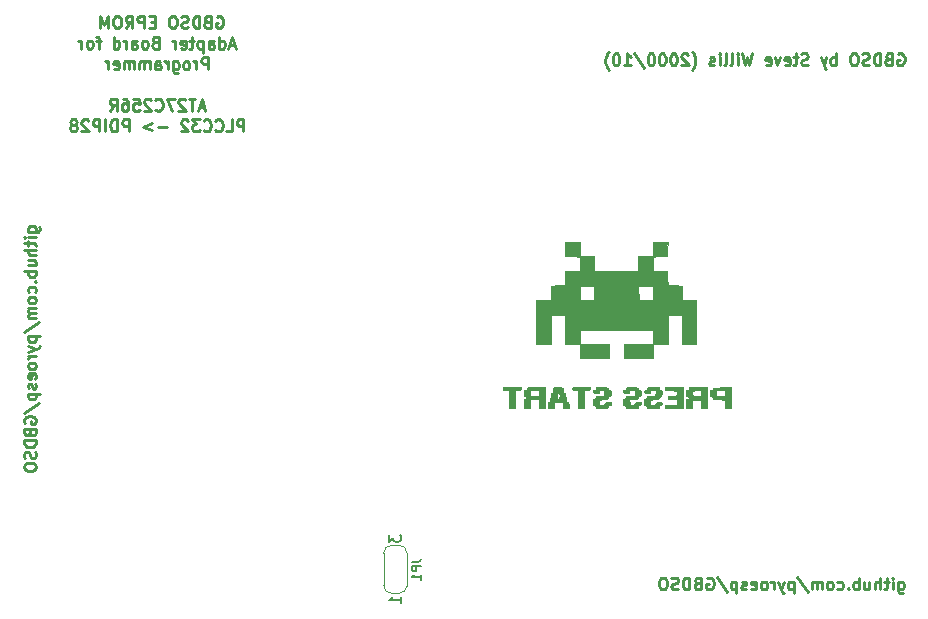
<source format=gbr>
G04 #@! TF.GenerationSoftware,KiCad,Pcbnew,(5.1.8)-1*
G04 #@! TF.CreationDate,2020-12-25T23:56:24+01:00*
G04 #@! TF.ProjectId,GBDSO,47424453-4f2e-46b6-9963-61645f706362,rev?*
G04 #@! TF.SameCoordinates,Original*
G04 #@! TF.FileFunction,Legend,Bot*
G04 #@! TF.FilePolarity,Positive*
%FSLAX46Y46*%
G04 Gerber Fmt 4.6, Leading zero omitted, Abs format (unit mm)*
G04 Created by KiCad (PCBNEW (5.1.8)-1) date 2020-12-25 23:56:24*
%MOMM*%
%LPD*%
G01*
G04 APERTURE LIST*
%ADD10C,0.250000*%
%ADD11C,0.010000*%
%ADD12C,0.120000*%
%ADD13C,0.150000*%
G04 APERTURE END LIST*
D10*
X113975714Y-90309166D02*
X114785238Y-90309166D01*
X114880476Y-90261547D01*
X114928095Y-90213928D01*
X114975714Y-90118690D01*
X114975714Y-89975833D01*
X114928095Y-89880595D01*
X114594761Y-90309166D02*
X114642380Y-90213928D01*
X114642380Y-90023452D01*
X114594761Y-89928214D01*
X114547142Y-89880595D01*
X114451904Y-89832976D01*
X114166190Y-89832976D01*
X114070952Y-89880595D01*
X114023333Y-89928214D01*
X113975714Y-90023452D01*
X113975714Y-90213928D01*
X114023333Y-90309166D01*
X114642380Y-90785357D02*
X113975714Y-90785357D01*
X113642380Y-90785357D02*
X113690000Y-90737738D01*
X113737619Y-90785357D01*
X113690000Y-90832976D01*
X113642380Y-90785357D01*
X113737619Y-90785357D01*
X113975714Y-91118690D02*
X113975714Y-91499642D01*
X113642380Y-91261547D02*
X114499523Y-91261547D01*
X114594761Y-91309166D01*
X114642380Y-91404404D01*
X114642380Y-91499642D01*
X114642380Y-91832976D02*
X113642380Y-91832976D01*
X114642380Y-92261547D02*
X114118571Y-92261547D01*
X114023333Y-92213928D01*
X113975714Y-92118690D01*
X113975714Y-91975833D01*
X114023333Y-91880595D01*
X114070952Y-91832976D01*
X113975714Y-93166309D02*
X114642380Y-93166309D01*
X113975714Y-92737738D02*
X114499523Y-92737738D01*
X114594761Y-92785357D01*
X114642380Y-92880595D01*
X114642380Y-93023452D01*
X114594761Y-93118690D01*
X114547142Y-93166309D01*
X114642380Y-93642500D02*
X113642380Y-93642500D01*
X114023333Y-93642500D02*
X113975714Y-93737738D01*
X113975714Y-93928214D01*
X114023333Y-94023452D01*
X114070952Y-94071071D01*
X114166190Y-94118690D01*
X114451904Y-94118690D01*
X114547142Y-94071071D01*
X114594761Y-94023452D01*
X114642380Y-93928214D01*
X114642380Y-93737738D01*
X114594761Y-93642500D01*
X114547142Y-94547261D02*
X114594761Y-94594880D01*
X114642380Y-94547261D01*
X114594761Y-94499642D01*
X114547142Y-94547261D01*
X114642380Y-94547261D01*
X114594761Y-95452023D02*
X114642380Y-95356785D01*
X114642380Y-95166309D01*
X114594761Y-95071071D01*
X114547142Y-95023452D01*
X114451904Y-94975833D01*
X114166190Y-94975833D01*
X114070952Y-95023452D01*
X114023333Y-95071071D01*
X113975714Y-95166309D01*
X113975714Y-95356785D01*
X114023333Y-95452023D01*
X114642380Y-96023452D02*
X114594761Y-95928214D01*
X114547142Y-95880595D01*
X114451904Y-95832976D01*
X114166190Y-95832976D01*
X114070952Y-95880595D01*
X114023333Y-95928214D01*
X113975714Y-96023452D01*
X113975714Y-96166309D01*
X114023333Y-96261547D01*
X114070952Y-96309166D01*
X114166190Y-96356785D01*
X114451904Y-96356785D01*
X114547142Y-96309166D01*
X114594761Y-96261547D01*
X114642380Y-96166309D01*
X114642380Y-96023452D01*
X114642380Y-96785357D02*
X113975714Y-96785357D01*
X114070952Y-96785357D02*
X114023333Y-96832976D01*
X113975714Y-96928214D01*
X113975714Y-97071071D01*
X114023333Y-97166309D01*
X114118571Y-97213928D01*
X114642380Y-97213928D01*
X114118571Y-97213928D02*
X114023333Y-97261547D01*
X113975714Y-97356785D01*
X113975714Y-97499642D01*
X114023333Y-97594880D01*
X114118571Y-97642499D01*
X114642380Y-97642499D01*
X113594761Y-98832976D02*
X114880476Y-97975833D01*
X113975714Y-99166309D02*
X114975714Y-99166309D01*
X114023333Y-99166309D02*
X113975714Y-99261547D01*
X113975714Y-99452023D01*
X114023333Y-99547261D01*
X114070952Y-99594880D01*
X114166190Y-99642499D01*
X114451904Y-99642499D01*
X114547142Y-99594880D01*
X114594761Y-99547261D01*
X114642380Y-99452023D01*
X114642380Y-99261547D01*
X114594761Y-99166309D01*
X113975714Y-99975833D02*
X114642380Y-100213928D01*
X113975714Y-100452023D02*
X114642380Y-100213928D01*
X114880476Y-100118690D01*
X114928095Y-100071071D01*
X114975714Y-99975833D01*
X114642380Y-100832976D02*
X113975714Y-100832976D01*
X114166190Y-100832976D02*
X114070952Y-100880595D01*
X114023333Y-100928214D01*
X113975714Y-101023452D01*
X113975714Y-101118690D01*
X114642380Y-101594880D02*
X114594761Y-101499642D01*
X114547142Y-101452023D01*
X114451904Y-101404404D01*
X114166190Y-101404404D01*
X114070952Y-101452023D01*
X114023333Y-101499642D01*
X113975714Y-101594880D01*
X113975714Y-101737738D01*
X114023333Y-101832976D01*
X114070952Y-101880595D01*
X114166190Y-101928214D01*
X114451904Y-101928214D01*
X114547142Y-101880595D01*
X114594761Y-101832976D01*
X114642380Y-101737738D01*
X114642380Y-101594880D01*
X114594761Y-102737738D02*
X114642380Y-102642499D01*
X114642380Y-102452023D01*
X114594761Y-102356785D01*
X114499523Y-102309166D01*
X114118571Y-102309166D01*
X114023333Y-102356785D01*
X113975714Y-102452023D01*
X113975714Y-102642499D01*
X114023333Y-102737738D01*
X114118571Y-102785357D01*
X114213809Y-102785357D01*
X114309047Y-102309166D01*
X114594761Y-103166309D02*
X114642380Y-103261547D01*
X114642380Y-103452023D01*
X114594761Y-103547261D01*
X114499523Y-103594880D01*
X114451904Y-103594880D01*
X114356666Y-103547261D01*
X114309047Y-103452023D01*
X114309047Y-103309166D01*
X114261428Y-103213928D01*
X114166190Y-103166309D01*
X114118571Y-103166309D01*
X114023333Y-103213928D01*
X113975714Y-103309166D01*
X113975714Y-103452023D01*
X114023333Y-103547261D01*
X113975714Y-104023452D02*
X114975714Y-104023452D01*
X114023333Y-104023452D02*
X113975714Y-104118690D01*
X113975714Y-104309166D01*
X114023333Y-104404404D01*
X114070952Y-104452023D01*
X114166190Y-104499642D01*
X114451904Y-104499642D01*
X114547142Y-104452023D01*
X114594761Y-104404404D01*
X114642380Y-104309166D01*
X114642380Y-104118690D01*
X114594761Y-104023452D01*
X113594761Y-105642499D02*
X114880476Y-104785357D01*
X113690000Y-106499642D02*
X113642380Y-106404404D01*
X113642380Y-106261547D01*
X113690000Y-106118690D01*
X113785238Y-106023452D01*
X113880476Y-105975833D01*
X114070952Y-105928214D01*
X114213809Y-105928214D01*
X114404285Y-105975833D01*
X114499523Y-106023452D01*
X114594761Y-106118690D01*
X114642380Y-106261547D01*
X114642380Y-106356785D01*
X114594761Y-106499642D01*
X114547142Y-106547261D01*
X114213809Y-106547261D01*
X114213809Y-106356785D01*
X114118571Y-107309166D02*
X114166190Y-107452023D01*
X114213809Y-107499642D01*
X114309047Y-107547261D01*
X114451904Y-107547261D01*
X114547142Y-107499642D01*
X114594761Y-107452023D01*
X114642380Y-107356785D01*
X114642380Y-106975833D01*
X113642380Y-106975833D01*
X113642380Y-107309166D01*
X113690000Y-107404404D01*
X113737619Y-107452023D01*
X113832857Y-107499642D01*
X113928095Y-107499642D01*
X114023333Y-107452023D01*
X114070952Y-107404404D01*
X114118571Y-107309166D01*
X114118571Y-106975833D01*
X114642380Y-107975833D02*
X113642380Y-107975833D01*
X113642380Y-108213928D01*
X113690000Y-108356785D01*
X113785238Y-108452023D01*
X113880476Y-108499642D01*
X114070952Y-108547261D01*
X114213809Y-108547261D01*
X114404285Y-108499642D01*
X114499523Y-108452023D01*
X114594761Y-108356785D01*
X114642380Y-108213928D01*
X114642380Y-107975833D01*
X114594761Y-108928214D02*
X114642380Y-109071071D01*
X114642380Y-109309166D01*
X114594761Y-109404404D01*
X114547142Y-109452023D01*
X114451904Y-109499642D01*
X114356666Y-109499642D01*
X114261428Y-109452023D01*
X114213809Y-109404404D01*
X114166190Y-109309166D01*
X114118571Y-109118690D01*
X114070952Y-109023452D01*
X114023333Y-108975833D01*
X113928095Y-108928214D01*
X113832857Y-108928214D01*
X113737619Y-108975833D01*
X113690000Y-109023452D01*
X113642380Y-109118690D01*
X113642380Y-109356785D01*
X113690000Y-109499642D01*
X113642380Y-110118690D02*
X113642380Y-110309166D01*
X113690000Y-110404404D01*
X113785238Y-110499642D01*
X113975714Y-110547261D01*
X114309047Y-110547261D01*
X114499523Y-110499642D01*
X114594761Y-110404404D01*
X114642380Y-110309166D01*
X114642380Y-110118690D01*
X114594761Y-110023452D01*
X114499523Y-109928214D01*
X114309047Y-109880595D01*
X113975714Y-109880595D01*
X113785238Y-109928214D01*
X113690000Y-110023452D01*
X113642380Y-110118690D01*
X129947619Y-72105000D02*
X130042857Y-72057380D01*
X130185714Y-72057380D01*
X130328571Y-72105000D01*
X130423809Y-72200238D01*
X130471428Y-72295476D01*
X130519047Y-72485952D01*
X130519047Y-72628809D01*
X130471428Y-72819285D01*
X130423809Y-72914523D01*
X130328571Y-73009761D01*
X130185714Y-73057380D01*
X130090476Y-73057380D01*
X129947619Y-73009761D01*
X129900000Y-72962142D01*
X129900000Y-72628809D01*
X130090476Y-72628809D01*
X129138095Y-72533571D02*
X128995238Y-72581190D01*
X128947619Y-72628809D01*
X128900000Y-72724047D01*
X128900000Y-72866904D01*
X128947619Y-72962142D01*
X128995238Y-73009761D01*
X129090476Y-73057380D01*
X129471428Y-73057380D01*
X129471428Y-72057380D01*
X129138095Y-72057380D01*
X129042857Y-72105000D01*
X128995238Y-72152619D01*
X128947619Y-72247857D01*
X128947619Y-72343095D01*
X128995238Y-72438333D01*
X129042857Y-72485952D01*
X129138095Y-72533571D01*
X129471428Y-72533571D01*
X128471428Y-73057380D02*
X128471428Y-72057380D01*
X128233333Y-72057380D01*
X128090476Y-72105000D01*
X127995238Y-72200238D01*
X127947619Y-72295476D01*
X127900000Y-72485952D01*
X127900000Y-72628809D01*
X127947619Y-72819285D01*
X127995238Y-72914523D01*
X128090476Y-73009761D01*
X128233333Y-73057380D01*
X128471428Y-73057380D01*
X127519047Y-73009761D02*
X127376190Y-73057380D01*
X127138095Y-73057380D01*
X127042857Y-73009761D01*
X126995238Y-72962142D01*
X126947619Y-72866904D01*
X126947619Y-72771666D01*
X126995238Y-72676428D01*
X127042857Y-72628809D01*
X127138095Y-72581190D01*
X127328571Y-72533571D01*
X127423809Y-72485952D01*
X127471428Y-72438333D01*
X127519047Y-72343095D01*
X127519047Y-72247857D01*
X127471428Y-72152619D01*
X127423809Y-72105000D01*
X127328571Y-72057380D01*
X127090476Y-72057380D01*
X126947619Y-72105000D01*
X126328571Y-72057380D02*
X126138095Y-72057380D01*
X126042857Y-72105000D01*
X125947619Y-72200238D01*
X125900000Y-72390714D01*
X125900000Y-72724047D01*
X125947619Y-72914523D01*
X126042857Y-73009761D01*
X126138095Y-73057380D01*
X126328571Y-73057380D01*
X126423809Y-73009761D01*
X126519047Y-72914523D01*
X126566666Y-72724047D01*
X126566666Y-72390714D01*
X126519047Y-72200238D01*
X126423809Y-72105000D01*
X126328571Y-72057380D01*
X124709523Y-72533571D02*
X124376190Y-72533571D01*
X124233333Y-73057380D02*
X124709523Y-73057380D01*
X124709523Y-72057380D01*
X124233333Y-72057380D01*
X123804761Y-73057380D02*
X123804761Y-72057380D01*
X123423809Y-72057380D01*
X123328571Y-72105000D01*
X123280952Y-72152619D01*
X123233333Y-72247857D01*
X123233333Y-72390714D01*
X123280952Y-72485952D01*
X123328571Y-72533571D01*
X123423809Y-72581190D01*
X123804761Y-72581190D01*
X122233333Y-73057380D02*
X122566666Y-72581190D01*
X122804761Y-73057380D02*
X122804761Y-72057380D01*
X122423809Y-72057380D01*
X122328571Y-72105000D01*
X122280952Y-72152619D01*
X122233333Y-72247857D01*
X122233333Y-72390714D01*
X122280952Y-72485952D01*
X122328571Y-72533571D01*
X122423809Y-72581190D01*
X122804761Y-72581190D01*
X121614285Y-72057380D02*
X121423809Y-72057380D01*
X121328571Y-72105000D01*
X121233333Y-72200238D01*
X121185714Y-72390714D01*
X121185714Y-72724047D01*
X121233333Y-72914523D01*
X121328571Y-73009761D01*
X121423809Y-73057380D01*
X121614285Y-73057380D01*
X121709523Y-73009761D01*
X121804761Y-72914523D01*
X121852380Y-72724047D01*
X121852380Y-72390714D01*
X121804761Y-72200238D01*
X121709523Y-72105000D01*
X121614285Y-72057380D01*
X120757142Y-73057380D02*
X120757142Y-72057380D01*
X120423809Y-72771666D01*
X120090476Y-72057380D01*
X120090476Y-73057380D01*
X131495238Y-74521666D02*
X131019047Y-74521666D01*
X131590476Y-74807380D02*
X131257142Y-73807380D01*
X130923809Y-74807380D01*
X130161904Y-74807380D02*
X130161904Y-73807380D01*
X130161904Y-74759761D02*
X130257142Y-74807380D01*
X130447619Y-74807380D01*
X130542857Y-74759761D01*
X130590476Y-74712142D01*
X130638095Y-74616904D01*
X130638095Y-74331190D01*
X130590476Y-74235952D01*
X130542857Y-74188333D01*
X130447619Y-74140714D01*
X130257142Y-74140714D01*
X130161904Y-74188333D01*
X129257142Y-74807380D02*
X129257142Y-74283571D01*
X129304761Y-74188333D01*
X129400000Y-74140714D01*
X129590476Y-74140714D01*
X129685714Y-74188333D01*
X129257142Y-74759761D02*
X129352380Y-74807380D01*
X129590476Y-74807380D01*
X129685714Y-74759761D01*
X129733333Y-74664523D01*
X129733333Y-74569285D01*
X129685714Y-74474047D01*
X129590476Y-74426428D01*
X129352380Y-74426428D01*
X129257142Y-74378809D01*
X128780952Y-74140714D02*
X128780952Y-75140714D01*
X128780952Y-74188333D02*
X128685714Y-74140714D01*
X128495238Y-74140714D01*
X128400000Y-74188333D01*
X128352380Y-74235952D01*
X128304761Y-74331190D01*
X128304761Y-74616904D01*
X128352380Y-74712142D01*
X128400000Y-74759761D01*
X128495238Y-74807380D01*
X128685714Y-74807380D01*
X128780952Y-74759761D01*
X128019047Y-74140714D02*
X127638095Y-74140714D01*
X127876190Y-73807380D02*
X127876190Y-74664523D01*
X127828571Y-74759761D01*
X127733333Y-74807380D01*
X127638095Y-74807380D01*
X126923809Y-74759761D02*
X127019047Y-74807380D01*
X127209523Y-74807380D01*
X127304761Y-74759761D01*
X127352380Y-74664523D01*
X127352380Y-74283571D01*
X127304761Y-74188333D01*
X127209523Y-74140714D01*
X127019047Y-74140714D01*
X126923809Y-74188333D01*
X126876190Y-74283571D01*
X126876190Y-74378809D01*
X127352380Y-74474047D01*
X126447619Y-74807380D02*
X126447619Y-74140714D01*
X126447619Y-74331190D02*
X126400000Y-74235952D01*
X126352380Y-74188333D01*
X126257142Y-74140714D01*
X126161904Y-74140714D01*
X124733333Y-74283571D02*
X124590476Y-74331190D01*
X124542857Y-74378809D01*
X124495238Y-74474047D01*
X124495238Y-74616904D01*
X124542857Y-74712142D01*
X124590476Y-74759761D01*
X124685714Y-74807380D01*
X125066666Y-74807380D01*
X125066666Y-73807380D01*
X124733333Y-73807380D01*
X124638095Y-73855000D01*
X124590476Y-73902619D01*
X124542857Y-73997857D01*
X124542857Y-74093095D01*
X124590476Y-74188333D01*
X124638095Y-74235952D01*
X124733333Y-74283571D01*
X125066666Y-74283571D01*
X123923809Y-74807380D02*
X124019047Y-74759761D01*
X124066666Y-74712142D01*
X124114285Y-74616904D01*
X124114285Y-74331190D01*
X124066666Y-74235952D01*
X124019047Y-74188333D01*
X123923809Y-74140714D01*
X123780952Y-74140714D01*
X123685714Y-74188333D01*
X123638095Y-74235952D01*
X123590476Y-74331190D01*
X123590476Y-74616904D01*
X123638095Y-74712142D01*
X123685714Y-74759761D01*
X123780952Y-74807380D01*
X123923809Y-74807380D01*
X122733333Y-74807380D02*
X122733333Y-74283571D01*
X122780952Y-74188333D01*
X122876190Y-74140714D01*
X123066666Y-74140714D01*
X123161904Y-74188333D01*
X122733333Y-74759761D02*
X122828571Y-74807380D01*
X123066666Y-74807380D01*
X123161904Y-74759761D01*
X123209523Y-74664523D01*
X123209523Y-74569285D01*
X123161904Y-74474047D01*
X123066666Y-74426428D01*
X122828571Y-74426428D01*
X122733333Y-74378809D01*
X122257142Y-74807380D02*
X122257142Y-74140714D01*
X122257142Y-74331190D02*
X122209523Y-74235952D01*
X122161904Y-74188333D01*
X122066666Y-74140714D01*
X121971428Y-74140714D01*
X121209523Y-74807380D02*
X121209523Y-73807380D01*
X121209523Y-74759761D02*
X121304761Y-74807380D01*
X121495238Y-74807380D01*
X121590476Y-74759761D01*
X121638095Y-74712142D01*
X121685714Y-74616904D01*
X121685714Y-74331190D01*
X121638095Y-74235952D01*
X121590476Y-74188333D01*
X121495238Y-74140714D01*
X121304761Y-74140714D01*
X121209523Y-74188333D01*
X120114285Y-74140714D02*
X119733333Y-74140714D01*
X119971428Y-74807380D02*
X119971428Y-73950238D01*
X119923809Y-73855000D01*
X119828571Y-73807380D01*
X119733333Y-73807380D01*
X119257142Y-74807380D02*
X119352380Y-74759761D01*
X119400000Y-74712142D01*
X119447619Y-74616904D01*
X119447619Y-74331190D01*
X119400000Y-74235952D01*
X119352380Y-74188333D01*
X119257142Y-74140714D01*
X119114285Y-74140714D01*
X119019047Y-74188333D01*
X118971428Y-74235952D01*
X118923809Y-74331190D01*
X118923809Y-74616904D01*
X118971428Y-74712142D01*
X119019047Y-74759761D01*
X119114285Y-74807380D01*
X119257142Y-74807380D01*
X118495238Y-74807380D02*
X118495238Y-74140714D01*
X118495238Y-74331190D02*
X118447619Y-74235952D01*
X118400000Y-74188333D01*
X118304761Y-74140714D01*
X118209523Y-74140714D01*
X129209523Y-76557380D02*
X129209523Y-75557380D01*
X128828571Y-75557380D01*
X128733333Y-75605000D01*
X128685714Y-75652619D01*
X128638095Y-75747857D01*
X128638095Y-75890714D01*
X128685714Y-75985952D01*
X128733333Y-76033571D01*
X128828571Y-76081190D01*
X129209523Y-76081190D01*
X128209523Y-76557380D02*
X128209523Y-75890714D01*
X128209523Y-76081190D02*
X128161904Y-75985952D01*
X128114285Y-75938333D01*
X128019047Y-75890714D01*
X127923809Y-75890714D01*
X127447619Y-76557380D02*
X127542857Y-76509761D01*
X127590476Y-76462142D01*
X127638095Y-76366904D01*
X127638095Y-76081190D01*
X127590476Y-75985952D01*
X127542857Y-75938333D01*
X127447619Y-75890714D01*
X127304761Y-75890714D01*
X127209523Y-75938333D01*
X127161904Y-75985952D01*
X127114285Y-76081190D01*
X127114285Y-76366904D01*
X127161904Y-76462142D01*
X127209523Y-76509761D01*
X127304761Y-76557380D01*
X127447619Y-76557380D01*
X126257142Y-75890714D02*
X126257142Y-76700238D01*
X126304761Y-76795476D01*
X126352380Y-76843095D01*
X126447619Y-76890714D01*
X126590476Y-76890714D01*
X126685714Y-76843095D01*
X126257142Y-76509761D02*
X126352380Y-76557380D01*
X126542857Y-76557380D01*
X126638095Y-76509761D01*
X126685714Y-76462142D01*
X126733333Y-76366904D01*
X126733333Y-76081190D01*
X126685714Y-75985952D01*
X126638095Y-75938333D01*
X126542857Y-75890714D01*
X126352380Y-75890714D01*
X126257142Y-75938333D01*
X125780952Y-76557380D02*
X125780952Y-75890714D01*
X125780952Y-76081190D02*
X125733333Y-75985952D01*
X125685714Y-75938333D01*
X125590476Y-75890714D01*
X125495238Y-75890714D01*
X124733333Y-76557380D02*
X124733333Y-76033571D01*
X124780952Y-75938333D01*
X124876190Y-75890714D01*
X125066666Y-75890714D01*
X125161904Y-75938333D01*
X124733333Y-76509761D02*
X124828571Y-76557380D01*
X125066666Y-76557380D01*
X125161904Y-76509761D01*
X125209523Y-76414523D01*
X125209523Y-76319285D01*
X125161904Y-76224047D01*
X125066666Y-76176428D01*
X124828571Y-76176428D01*
X124733333Y-76128809D01*
X124257142Y-76557380D02*
X124257142Y-75890714D01*
X124257142Y-75985952D02*
X124209523Y-75938333D01*
X124114285Y-75890714D01*
X123971428Y-75890714D01*
X123876190Y-75938333D01*
X123828571Y-76033571D01*
X123828571Y-76557380D01*
X123828571Y-76033571D02*
X123780952Y-75938333D01*
X123685714Y-75890714D01*
X123542857Y-75890714D01*
X123447619Y-75938333D01*
X123400000Y-76033571D01*
X123400000Y-76557380D01*
X122923809Y-76557380D02*
X122923809Y-75890714D01*
X122923809Y-75985952D02*
X122876190Y-75938333D01*
X122780952Y-75890714D01*
X122638095Y-75890714D01*
X122542857Y-75938333D01*
X122495238Y-76033571D01*
X122495238Y-76557380D01*
X122495238Y-76033571D02*
X122447619Y-75938333D01*
X122352380Y-75890714D01*
X122209523Y-75890714D01*
X122114285Y-75938333D01*
X122066666Y-76033571D01*
X122066666Y-76557380D01*
X121209523Y-76509761D02*
X121304761Y-76557380D01*
X121495238Y-76557380D01*
X121590476Y-76509761D01*
X121638095Y-76414523D01*
X121638095Y-76033571D01*
X121590476Y-75938333D01*
X121495238Y-75890714D01*
X121304761Y-75890714D01*
X121209523Y-75938333D01*
X121161904Y-76033571D01*
X121161904Y-76128809D01*
X121638095Y-76224047D01*
X120733333Y-76557380D02*
X120733333Y-75890714D01*
X120733333Y-76081190D02*
X120685714Y-75985952D01*
X120638095Y-75938333D01*
X120542857Y-75890714D01*
X120447619Y-75890714D01*
X128900000Y-79771666D02*
X128423809Y-79771666D01*
X128995238Y-80057380D02*
X128661904Y-79057380D01*
X128328571Y-80057380D01*
X128138095Y-79057380D02*
X127566666Y-79057380D01*
X127852380Y-80057380D02*
X127852380Y-79057380D01*
X127280952Y-79152619D02*
X127233333Y-79105000D01*
X127138095Y-79057380D01*
X126900000Y-79057380D01*
X126804761Y-79105000D01*
X126757142Y-79152619D01*
X126709523Y-79247857D01*
X126709523Y-79343095D01*
X126757142Y-79485952D01*
X127328571Y-80057380D01*
X126709523Y-80057380D01*
X126376190Y-79057380D02*
X125709523Y-79057380D01*
X126138095Y-80057380D01*
X124757142Y-79962142D02*
X124804761Y-80009761D01*
X124947619Y-80057380D01*
X125042857Y-80057380D01*
X125185714Y-80009761D01*
X125280952Y-79914523D01*
X125328571Y-79819285D01*
X125376190Y-79628809D01*
X125376190Y-79485952D01*
X125328571Y-79295476D01*
X125280952Y-79200238D01*
X125185714Y-79105000D01*
X125042857Y-79057380D01*
X124947619Y-79057380D01*
X124804761Y-79105000D01*
X124757142Y-79152619D01*
X124376190Y-79152619D02*
X124328571Y-79105000D01*
X124233333Y-79057380D01*
X123995238Y-79057380D01*
X123900000Y-79105000D01*
X123852380Y-79152619D01*
X123804761Y-79247857D01*
X123804761Y-79343095D01*
X123852380Y-79485952D01*
X124423809Y-80057380D01*
X123804761Y-80057380D01*
X122900000Y-79057380D02*
X123376190Y-79057380D01*
X123423809Y-79533571D01*
X123376190Y-79485952D01*
X123280952Y-79438333D01*
X123042857Y-79438333D01*
X122947619Y-79485952D01*
X122900000Y-79533571D01*
X122852380Y-79628809D01*
X122852380Y-79866904D01*
X122900000Y-79962142D01*
X122947619Y-80009761D01*
X123042857Y-80057380D01*
X123280952Y-80057380D01*
X123376190Y-80009761D01*
X123423809Y-79962142D01*
X121995238Y-79057380D02*
X122185714Y-79057380D01*
X122280952Y-79105000D01*
X122328571Y-79152619D01*
X122423809Y-79295476D01*
X122471428Y-79485952D01*
X122471428Y-79866904D01*
X122423809Y-79962142D01*
X122376190Y-80009761D01*
X122280952Y-80057380D01*
X122090476Y-80057380D01*
X121995238Y-80009761D01*
X121947619Y-79962142D01*
X121900000Y-79866904D01*
X121900000Y-79628809D01*
X121947619Y-79533571D01*
X121995238Y-79485952D01*
X122090476Y-79438333D01*
X122280952Y-79438333D01*
X122376190Y-79485952D01*
X122423809Y-79533571D01*
X122471428Y-79628809D01*
X120900000Y-80057380D02*
X121233333Y-79581190D01*
X121471428Y-80057380D02*
X121471428Y-79057380D01*
X121090476Y-79057380D01*
X120995238Y-79105000D01*
X120947619Y-79152619D01*
X120900000Y-79247857D01*
X120900000Y-79390714D01*
X120947619Y-79485952D01*
X120995238Y-79533571D01*
X121090476Y-79581190D01*
X121471428Y-79581190D01*
X132209523Y-81807380D02*
X132209523Y-80807380D01*
X131828571Y-80807380D01*
X131733333Y-80855000D01*
X131685714Y-80902619D01*
X131638095Y-80997857D01*
X131638095Y-81140714D01*
X131685714Y-81235952D01*
X131733333Y-81283571D01*
X131828571Y-81331190D01*
X132209523Y-81331190D01*
X130733333Y-81807380D02*
X131209523Y-81807380D01*
X131209523Y-80807380D01*
X129828571Y-81712142D02*
X129876190Y-81759761D01*
X130019047Y-81807380D01*
X130114285Y-81807380D01*
X130257142Y-81759761D01*
X130352380Y-81664523D01*
X130400000Y-81569285D01*
X130447619Y-81378809D01*
X130447619Y-81235952D01*
X130400000Y-81045476D01*
X130352380Y-80950238D01*
X130257142Y-80855000D01*
X130114285Y-80807380D01*
X130019047Y-80807380D01*
X129876190Y-80855000D01*
X129828571Y-80902619D01*
X128828571Y-81712142D02*
X128876190Y-81759761D01*
X129019047Y-81807380D01*
X129114285Y-81807380D01*
X129257142Y-81759761D01*
X129352380Y-81664523D01*
X129400000Y-81569285D01*
X129447619Y-81378809D01*
X129447619Y-81235952D01*
X129400000Y-81045476D01*
X129352380Y-80950238D01*
X129257142Y-80855000D01*
X129114285Y-80807380D01*
X129019047Y-80807380D01*
X128876190Y-80855000D01*
X128828571Y-80902619D01*
X128495238Y-80807380D02*
X127876190Y-80807380D01*
X128209523Y-81188333D01*
X128066666Y-81188333D01*
X127971428Y-81235952D01*
X127923809Y-81283571D01*
X127876190Y-81378809D01*
X127876190Y-81616904D01*
X127923809Y-81712142D01*
X127971428Y-81759761D01*
X128066666Y-81807380D01*
X128352380Y-81807380D01*
X128447619Y-81759761D01*
X128495238Y-81712142D01*
X127495238Y-80902619D02*
X127447619Y-80855000D01*
X127352380Y-80807380D01*
X127114285Y-80807380D01*
X127019047Y-80855000D01*
X126971428Y-80902619D01*
X126923809Y-80997857D01*
X126923809Y-81093095D01*
X126971428Y-81235952D01*
X127542857Y-81807380D01*
X126923809Y-81807380D01*
X125733333Y-81426428D02*
X124971428Y-81426428D01*
X124495238Y-81140714D02*
X123733333Y-81426428D01*
X124495238Y-81712142D01*
X122495238Y-81807380D02*
X122495238Y-80807380D01*
X122114285Y-80807380D01*
X122019047Y-80855000D01*
X121971428Y-80902619D01*
X121923809Y-80997857D01*
X121923809Y-81140714D01*
X121971428Y-81235952D01*
X122019047Y-81283571D01*
X122114285Y-81331190D01*
X122495238Y-81331190D01*
X121495238Y-81807380D02*
X121495238Y-80807380D01*
X121257142Y-80807380D01*
X121114285Y-80855000D01*
X121019047Y-80950238D01*
X120971428Y-81045476D01*
X120923809Y-81235952D01*
X120923809Y-81378809D01*
X120971428Y-81569285D01*
X121019047Y-81664523D01*
X121114285Y-81759761D01*
X121257142Y-81807380D01*
X121495238Y-81807380D01*
X120495238Y-81807380D02*
X120495238Y-80807380D01*
X120019047Y-81807380D02*
X120019047Y-80807380D01*
X119638095Y-80807380D01*
X119542857Y-80855000D01*
X119495238Y-80902619D01*
X119447619Y-80997857D01*
X119447619Y-81140714D01*
X119495238Y-81235952D01*
X119542857Y-81283571D01*
X119638095Y-81331190D01*
X120019047Y-81331190D01*
X119066666Y-80902619D02*
X119019047Y-80855000D01*
X118923809Y-80807380D01*
X118685714Y-80807380D01*
X118590476Y-80855000D01*
X118542857Y-80902619D01*
X118495238Y-80997857D01*
X118495238Y-81093095D01*
X118542857Y-81235952D01*
X119114285Y-81807380D01*
X118495238Y-81807380D01*
X117923809Y-81235952D02*
X118019047Y-81188333D01*
X118066666Y-81140714D01*
X118114285Y-81045476D01*
X118114285Y-80997857D01*
X118066666Y-80902619D01*
X118019047Y-80855000D01*
X117923809Y-80807380D01*
X117733333Y-80807380D01*
X117638095Y-80855000D01*
X117590476Y-80902619D01*
X117542857Y-80997857D01*
X117542857Y-81045476D01*
X117590476Y-81140714D01*
X117638095Y-81188333D01*
X117733333Y-81235952D01*
X117923809Y-81235952D01*
X118019047Y-81283571D01*
X118066666Y-81331190D01*
X118114285Y-81426428D01*
X118114285Y-81616904D01*
X118066666Y-81712142D01*
X118019047Y-81759761D01*
X117923809Y-81807380D01*
X117733333Y-81807380D01*
X117638095Y-81759761D01*
X117590476Y-81712142D01*
X117542857Y-81616904D01*
X117542857Y-81426428D01*
X117590476Y-81331190D01*
X117638095Y-81283571D01*
X117733333Y-81235952D01*
X187640833Y-119925714D02*
X187640833Y-120735238D01*
X187688452Y-120830476D01*
X187736071Y-120878095D01*
X187831309Y-120925714D01*
X187974166Y-120925714D01*
X188069404Y-120878095D01*
X187640833Y-120544761D02*
X187736071Y-120592380D01*
X187926547Y-120592380D01*
X188021785Y-120544761D01*
X188069404Y-120497142D01*
X188117023Y-120401904D01*
X188117023Y-120116190D01*
X188069404Y-120020952D01*
X188021785Y-119973333D01*
X187926547Y-119925714D01*
X187736071Y-119925714D01*
X187640833Y-119973333D01*
X187164642Y-120592380D02*
X187164642Y-119925714D01*
X187164642Y-119592380D02*
X187212261Y-119640000D01*
X187164642Y-119687619D01*
X187117023Y-119640000D01*
X187164642Y-119592380D01*
X187164642Y-119687619D01*
X186831309Y-119925714D02*
X186450357Y-119925714D01*
X186688452Y-119592380D02*
X186688452Y-120449523D01*
X186640833Y-120544761D01*
X186545595Y-120592380D01*
X186450357Y-120592380D01*
X186117023Y-120592380D02*
X186117023Y-119592380D01*
X185688452Y-120592380D02*
X185688452Y-120068571D01*
X185736071Y-119973333D01*
X185831309Y-119925714D01*
X185974166Y-119925714D01*
X186069404Y-119973333D01*
X186117023Y-120020952D01*
X184783690Y-119925714D02*
X184783690Y-120592380D01*
X185212261Y-119925714D02*
X185212261Y-120449523D01*
X185164642Y-120544761D01*
X185069404Y-120592380D01*
X184926547Y-120592380D01*
X184831309Y-120544761D01*
X184783690Y-120497142D01*
X184307500Y-120592380D02*
X184307500Y-119592380D01*
X184307500Y-119973333D02*
X184212261Y-119925714D01*
X184021785Y-119925714D01*
X183926547Y-119973333D01*
X183878928Y-120020952D01*
X183831309Y-120116190D01*
X183831309Y-120401904D01*
X183878928Y-120497142D01*
X183926547Y-120544761D01*
X184021785Y-120592380D01*
X184212261Y-120592380D01*
X184307500Y-120544761D01*
X183402738Y-120497142D02*
X183355119Y-120544761D01*
X183402738Y-120592380D01*
X183450357Y-120544761D01*
X183402738Y-120497142D01*
X183402738Y-120592380D01*
X182497976Y-120544761D02*
X182593214Y-120592380D01*
X182783690Y-120592380D01*
X182878928Y-120544761D01*
X182926547Y-120497142D01*
X182974166Y-120401904D01*
X182974166Y-120116190D01*
X182926547Y-120020952D01*
X182878928Y-119973333D01*
X182783690Y-119925714D01*
X182593214Y-119925714D01*
X182497976Y-119973333D01*
X181926547Y-120592380D02*
X182021785Y-120544761D01*
X182069404Y-120497142D01*
X182117023Y-120401904D01*
X182117023Y-120116190D01*
X182069404Y-120020952D01*
X182021785Y-119973333D01*
X181926547Y-119925714D01*
X181783690Y-119925714D01*
X181688452Y-119973333D01*
X181640833Y-120020952D01*
X181593214Y-120116190D01*
X181593214Y-120401904D01*
X181640833Y-120497142D01*
X181688452Y-120544761D01*
X181783690Y-120592380D01*
X181926547Y-120592380D01*
X181164642Y-120592380D02*
X181164642Y-119925714D01*
X181164642Y-120020952D02*
X181117023Y-119973333D01*
X181021785Y-119925714D01*
X180878928Y-119925714D01*
X180783690Y-119973333D01*
X180736071Y-120068571D01*
X180736071Y-120592380D01*
X180736071Y-120068571D02*
X180688452Y-119973333D01*
X180593214Y-119925714D01*
X180450357Y-119925714D01*
X180355119Y-119973333D01*
X180307500Y-120068571D01*
X180307500Y-120592380D01*
X179117023Y-119544761D02*
X179974166Y-120830476D01*
X178783690Y-119925714D02*
X178783690Y-120925714D01*
X178783690Y-119973333D02*
X178688452Y-119925714D01*
X178497976Y-119925714D01*
X178402738Y-119973333D01*
X178355119Y-120020952D01*
X178307500Y-120116190D01*
X178307500Y-120401904D01*
X178355119Y-120497142D01*
X178402738Y-120544761D01*
X178497976Y-120592380D01*
X178688452Y-120592380D01*
X178783690Y-120544761D01*
X177974166Y-119925714D02*
X177736071Y-120592380D01*
X177497976Y-119925714D02*
X177736071Y-120592380D01*
X177831309Y-120830476D01*
X177878928Y-120878095D01*
X177974166Y-120925714D01*
X177117023Y-120592380D02*
X177117023Y-119925714D01*
X177117023Y-120116190D02*
X177069404Y-120020952D01*
X177021785Y-119973333D01*
X176926547Y-119925714D01*
X176831309Y-119925714D01*
X176355119Y-120592380D02*
X176450357Y-120544761D01*
X176497976Y-120497142D01*
X176545595Y-120401904D01*
X176545595Y-120116190D01*
X176497976Y-120020952D01*
X176450357Y-119973333D01*
X176355119Y-119925714D01*
X176212261Y-119925714D01*
X176117023Y-119973333D01*
X176069404Y-120020952D01*
X176021785Y-120116190D01*
X176021785Y-120401904D01*
X176069404Y-120497142D01*
X176117023Y-120544761D01*
X176212261Y-120592380D01*
X176355119Y-120592380D01*
X175212261Y-120544761D02*
X175307500Y-120592380D01*
X175497976Y-120592380D01*
X175593214Y-120544761D01*
X175640833Y-120449523D01*
X175640833Y-120068571D01*
X175593214Y-119973333D01*
X175497976Y-119925714D01*
X175307500Y-119925714D01*
X175212261Y-119973333D01*
X175164642Y-120068571D01*
X175164642Y-120163809D01*
X175640833Y-120259047D01*
X174783690Y-120544761D02*
X174688452Y-120592380D01*
X174497976Y-120592380D01*
X174402738Y-120544761D01*
X174355119Y-120449523D01*
X174355119Y-120401904D01*
X174402738Y-120306666D01*
X174497976Y-120259047D01*
X174640833Y-120259047D01*
X174736071Y-120211428D01*
X174783690Y-120116190D01*
X174783690Y-120068571D01*
X174736071Y-119973333D01*
X174640833Y-119925714D01*
X174497976Y-119925714D01*
X174402738Y-119973333D01*
X173926547Y-119925714D02*
X173926547Y-120925714D01*
X173926547Y-119973333D02*
X173831309Y-119925714D01*
X173640833Y-119925714D01*
X173545595Y-119973333D01*
X173497976Y-120020952D01*
X173450357Y-120116190D01*
X173450357Y-120401904D01*
X173497976Y-120497142D01*
X173545595Y-120544761D01*
X173640833Y-120592380D01*
X173831309Y-120592380D01*
X173926547Y-120544761D01*
X172307500Y-119544761D02*
X173164642Y-120830476D01*
X171450357Y-119640000D02*
X171545595Y-119592380D01*
X171688452Y-119592380D01*
X171831309Y-119640000D01*
X171926547Y-119735238D01*
X171974166Y-119830476D01*
X172021785Y-120020952D01*
X172021785Y-120163809D01*
X171974166Y-120354285D01*
X171926547Y-120449523D01*
X171831309Y-120544761D01*
X171688452Y-120592380D01*
X171593214Y-120592380D01*
X171450357Y-120544761D01*
X171402738Y-120497142D01*
X171402738Y-120163809D01*
X171593214Y-120163809D01*
X170640833Y-120068571D02*
X170497976Y-120116190D01*
X170450357Y-120163809D01*
X170402738Y-120259047D01*
X170402738Y-120401904D01*
X170450357Y-120497142D01*
X170497976Y-120544761D01*
X170593214Y-120592380D01*
X170974166Y-120592380D01*
X170974166Y-119592380D01*
X170640833Y-119592380D01*
X170545595Y-119640000D01*
X170497976Y-119687619D01*
X170450357Y-119782857D01*
X170450357Y-119878095D01*
X170497976Y-119973333D01*
X170545595Y-120020952D01*
X170640833Y-120068571D01*
X170974166Y-120068571D01*
X169974166Y-120592380D02*
X169974166Y-119592380D01*
X169736071Y-119592380D01*
X169593214Y-119640000D01*
X169497976Y-119735238D01*
X169450357Y-119830476D01*
X169402738Y-120020952D01*
X169402738Y-120163809D01*
X169450357Y-120354285D01*
X169497976Y-120449523D01*
X169593214Y-120544761D01*
X169736071Y-120592380D01*
X169974166Y-120592380D01*
X169021785Y-120544761D02*
X168878928Y-120592380D01*
X168640833Y-120592380D01*
X168545595Y-120544761D01*
X168497976Y-120497142D01*
X168450357Y-120401904D01*
X168450357Y-120306666D01*
X168497976Y-120211428D01*
X168545595Y-120163809D01*
X168640833Y-120116190D01*
X168831309Y-120068571D01*
X168926547Y-120020952D01*
X168974166Y-119973333D01*
X169021785Y-119878095D01*
X169021785Y-119782857D01*
X168974166Y-119687619D01*
X168926547Y-119640000D01*
X168831309Y-119592380D01*
X168593214Y-119592380D01*
X168450357Y-119640000D01*
X167831309Y-119592380D02*
X167640833Y-119592380D01*
X167545595Y-119640000D01*
X167450357Y-119735238D01*
X167402738Y-119925714D01*
X167402738Y-120259047D01*
X167450357Y-120449523D01*
X167545595Y-120544761D01*
X167640833Y-120592380D01*
X167831309Y-120592380D01*
X167926547Y-120544761D01*
X168021785Y-120449523D01*
X168069404Y-120259047D01*
X168069404Y-119925714D01*
X168021785Y-119735238D01*
X167926547Y-119640000D01*
X167831309Y-119592380D01*
X187615595Y-75260000D02*
X187710833Y-75212380D01*
X187853690Y-75212380D01*
X187996547Y-75260000D01*
X188091785Y-75355238D01*
X188139404Y-75450476D01*
X188187023Y-75640952D01*
X188187023Y-75783809D01*
X188139404Y-75974285D01*
X188091785Y-76069523D01*
X187996547Y-76164761D01*
X187853690Y-76212380D01*
X187758452Y-76212380D01*
X187615595Y-76164761D01*
X187567976Y-76117142D01*
X187567976Y-75783809D01*
X187758452Y-75783809D01*
X186806071Y-75688571D02*
X186663214Y-75736190D01*
X186615595Y-75783809D01*
X186567976Y-75879047D01*
X186567976Y-76021904D01*
X186615595Y-76117142D01*
X186663214Y-76164761D01*
X186758452Y-76212380D01*
X187139404Y-76212380D01*
X187139404Y-75212380D01*
X186806071Y-75212380D01*
X186710833Y-75260000D01*
X186663214Y-75307619D01*
X186615595Y-75402857D01*
X186615595Y-75498095D01*
X186663214Y-75593333D01*
X186710833Y-75640952D01*
X186806071Y-75688571D01*
X187139404Y-75688571D01*
X186139404Y-76212380D02*
X186139404Y-75212380D01*
X185901309Y-75212380D01*
X185758452Y-75260000D01*
X185663214Y-75355238D01*
X185615595Y-75450476D01*
X185567976Y-75640952D01*
X185567976Y-75783809D01*
X185615595Y-75974285D01*
X185663214Y-76069523D01*
X185758452Y-76164761D01*
X185901309Y-76212380D01*
X186139404Y-76212380D01*
X185187023Y-76164761D02*
X185044166Y-76212380D01*
X184806071Y-76212380D01*
X184710833Y-76164761D01*
X184663214Y-76117142D01*
X184615595Y-76021904D01*
X184615595Y-75926666D01*
X184663214Y-75831428D01*
X184710833Y-75783809D01*
X184806071Y-75736190D01*
X184996547Y-75688571D01*
X185091785Y-75640952D01*
X185139404Y-75593333D01*
X185187023Y-75498095D01*
X185187023Y-75402857D01*
X185139404Y-75307619D01*
X185091785Y-75260000D01*
X184996547Y-75212380D01*
X184758452Y-75212380D01*
X184615595Y-75260000D01*
X183996547Y-75212380D02*
X183806071Y-75212380D01*
X183710833Y-75260000D01*
X183615595Y-75355238D01*
X183567976Y-75545714D01*
X183567976Y-75879047D01*
X183615595Y-76069523D01*
X183710833Y-76164761D01*
X183806071Y-76212380D01*
X183996547Y-76212380D01*
X184091785Y-76164761D01*
X184187023Y-76069523D01*
X184234642Y-75879047D01*
X184234642Y-75545714D01*
X184187023Y-75355238D01*
X184091785Y-75260000D01*
X183996547Y-75212380D01*
X182377500Y-76212380D02*
X182377500Y-75212380D01*
X182377500Y-75593333D02*
X182282261Y-75545714D01*
X182091785Y-75545714D01*
X181996547Y-75593333D01*
X181948928Y-75640952D01*
X181901309Y-75736190D01*
X181901309Y-76021904D01*
X181948928Y-76117142D01*
X181996547Y-76164761D01*
X182091785Y-76212380D01*
X182282261Y-76212380D01*
X182377500Y-76164761D01*
X181567976Y-75545714D02*
X181329880Y-76212380D01*
X181091785Y-75545714D02*
X181329880Y-76212380D01*
X181425119Y-76450476D01*
X181472738Y-76498095D01*
X181567976Y-76545714D01*
X179996547Y-76164761D02*
X179853690Y-76212380D01*
X179615595Y-76212380D01*
X179520357Y-76164761D01*
X179472738Y-76117142D01*
X179425119Y-76021904D01*
X179425119Y-75926666D01*
X179472738Y-75831428D01*
X179520357Y-75783809D01*
X179615595Y-75736190D01*
X179806071Y-75688571D01*
X179901309Y-75640952D01*
X179948928Y-75593333D01*
X179996547Y-75498095D01*
X179996547Y-75402857D01*
X179948928Y-75307619D01*
X179901309Y-75260000D01*
X179806071Y-75212380D01*
X179567976Y-75212380D01*
X179425119Y-75260000D01*
X179139404Y-75545714D02*
X178758452Y-75545714D01*
X178996547Y-75212380D02*
X178996547Y-76069523D01*
X178948928Y-76164761D01*
X178853690Y-76212380D01*
X178758452Y-76212380D01*
X178044166Y-76164761D02*
X178139404Y-76212380D01*
X178329880Y-76212380D01*
X178425119Y-76164761D01*
X178472738Y-76069523D01*
X178472738Y-75688571D01*
X178425119Y-75593333D01*
X178329880Y-75545714D01*
X178139404Y-75545714D01*
X178044166Y-75593333D01*
X177996547Y-75688571D01*
X177996547Y-75783809D01*
X178472738Y-75879047D01*
X177663214Y-75545714D02*
X177425119Y-76212380D01*
X177187023Y-75545714D01*
X176425119Y-76164761D02*
X176520357Y-76212380D01*
X176710833Y-76212380D01*
X176806071Y-76164761D01*
X176853690Y-76069523D01*
X176853690Y-75688571D01*
X176806071Y-75593333D01*
X176710833Y-75545714D01*
X176520357Y-75545714D01*
X176425119Y-75593333D01*
X176377500Y-75688571D01*
X176377500Y-75783809D01*
X176853690Y-75879047D01*
X175282261Y-75212380D02*
X175044166Y-76212380D01*
X174853690Y-75498095D01*
X174663214Y-76212380D01*
X174425119Y-75212380D01*
X174044166Y-76212380D02*
X174044166Y-75545714D01*
X174044166Y-75212380D02*
X174091785Y-75260000D01*
X174044166Y-75307619D01*
X173996547Y-75260000D01*
X174044166Y-75212380D01*
X174044166Y-75307619D01*
X173425119Y-76212380D02*
X173520357Y-76164761D01*
X173567976Y-76069523D01*
X173567976Y-75212380D01*
X172901309Y-76212380D02*
X172996547Y-76164761D01*
X173044166Y-76069523D01*
X173044166Y-75212380D01*
X172520357Y-76212380D02*
X172520357Y-75545714D01*
X172520357Y-75212380D02*
X172567976Y-75260000D01*
X172520357Y-75307619D01*
X172472738Y-75260000D01*
X172520357Y-75212380D01*
X172520357Y-75307619D01*
X172091785Y-76164761D02*
X171996547Y-76212380D01*
X171806071Y-76212380D01*
X171710833Y-76164761D01*
X171663214Y-76069523D01*
X171663214Y-76021904D01*
X171710833Y-75926666D01*
X171806071Y-75879047D01*
X171948928Y-75879047D01*
X172044166Y-75831428D01*
X172091785Y-75736190D01*
X172091785Y-75688571D01*
X172044166Y-75593333D01*
X171948928Y-75545714D01*
X171806071Y-75545714D01*
X171710833Y-75593333D01*
X170187023Y-76593333D02*
X170234642Y-76545714D01*
X170329880Y-76402857D01*
X170377500Y-76307619D01*
X170425119Y-76164761D01*
X170472738Y-75926666D01*
X170472738Y-75736190D01*
X170425119Y-75498095D01*
X170377500Y-75355238D01*
X170329880Y-75260000D01*
X170234642Y-75117142D01*
X170187023Y-75069523D01*
X169853690Y-75307619D02*
X169806071Y-75260000D01*
X169710833Y-75212380D01*
X169472738Y-75212380D01*
X169377500Y-75260000D01*
X169329880Y-75307619D01*
X169282261Y-75402857D01*
X169282261Y-75498095D01*
X169329880Y-75640952D01*
X169901309Y-76212380D01*
X169282261Y-76212380D01*
X168663214Y-75212380D02*
X168567976Y-75212380D01*
X168472738Y-75260000D01*
X168425119Y-75307619D01*
X168377500Y-75402857D01*
X168329880Y-75593333D01*
X168329880Y-75831428D01*
X168377500Y-76021904D01*
X168425119Y-76117142D01*
X168472738Y-76164761D01*
X168567976Y-76212380D01*
X168663214Y-76212380D01*
X168758452Y-76164761D01*
X168806071Y-76117142D01*
X168853690Y-76021904D01*
X168901309Y-75831428D01*
X168901309Y-75593333D01*
X168853690Y-75402857D01*
X168806071Y-75307619D01*
X168758452Y-75260000D01*
X168663214Y-75212380D01*
X167710833Y-75212380D02*
X167615595Y-75212380D01*
X167520357Y-75260000D01*
X167472738Y-75307619D01*
X167425119Y-75402857D01*
X167377500Y-75593333D01*
X167377500Y-75831428D01*
X167425119Y-76021904D01*
X167472738Y-76117142D01*
X167520357Y-76164761D01*
X167615595Y-76212380D01*
X167710833Y-76212380D01*
X167806071Y-76164761D01*
X167853690Y-76117142D01*
X167901309Y-76021904D01*
X167948928Y-75831428D01*
X167948928Y-75593333D01*
X167901309Y-75402857D01*
X167853690Y-75307619D01*
X167806071Y-75260000D01*
X167710833Y-75212380D01*
X166758452Y-75212380D02*
X166663214Y-75212380D01*
X166567976Y-75260000D01*
X166520357Y-75307619D01*
X166472738Y-75402857D01*
X166425119Y-75593333D01*
X166425119Y-75831428D01*
X166472738Y-76021904D01*
X166520357Y-76117142D01*
X166567976Y-76164761D01*
X166663214Y-76212380D01*
X166758452Y-76212380D01*
X166853690Y-76164761D01*
X166901309Y-76117142D01*
X166948928Y-76021904D01*
X166996547Y-75831428D01*
X166996547Y-75593333D01*
X166948928Y-75402857D01*
X166901309Y-75307619D01*
X166853690Y-75260000D01*
X166758452Y-75212380D01*
X165282261Y-75164761D02*
X166139404Y-76450476D01*
X164425119Y-76212380D02*
X164996547Y-76212380D01*
X164710833Y-76212380D02*
X164710833Y-75212380D01*
X164806071Y-75355238D01*
X164901309Y-75450476D01*
X164996547Y-75498095D01*
X163806071Y-75212380D02*
X163710833Y-75212380D01*
X163615595Y-75260000D01*
X163567976Y-75307619D01*
X163520357Y-75402857D01*
X163472738Y-75593333D01*
X163472738Y-75831428D01*
X163520357Y-76021904D01*
X163567976Y-76117142D01*
X163615595Y-76164761D01*
X163710833Y-76212380D01*
X163806071Y-76212380D01*
X163901309Y-76164761D01*
X163948928Y-76117142D01*
X163996547Y-76021904D01*
X164044166Y-75831428D01*
X164044166Y-75593333D01*
X163996547Y-75402857D01*
X163948928Y-75307619D01*
X163901309Y-75260000D01*
X163806071Y-75212380D01*
X163139404Y-76593333D02*
X163091785Y-76545714D01*
X162996547Y-76402857D01*
X162948928Y-76307619D01*
X162901309Y-76164761D01*
X162853690Y-75926666D01*
X162853690Y-75736190D01*
X162901309Y-75498095D01*
X162948928Y-75355238D01*
X162996547Y-75260000D01*
X163091785Y-75117142D01*
X163139404Y-75069523D01*
D11*
G36*
X172707300Y-103490941D02*
G01*
X172394455Y-103499307D01*
X172172979Y-103511519D01*
X172032683Y-103528624D01*
X171963375Y-103551668D01*
X171951650Y-103568500D01*
X171940693Y-103668475D01*
X171938950Y-103682800D01*
X171890202Y-103720838D01*
X171802817Y-103733600D01*
X171724811Y-103741003D01*
X171689285Y-103781021D01*
X171683479Y-103880364D01*
X171688517Y-103972855D01*
X171705424Y-104122473D01*
X171741464Y-104200599D01*
X171812551Y-104237291D01*
X171831000Y-104241981D01*
X171935852Y-104302117D01*
X171958000Y-104371025D01*
X171966753Y-104416731D01*
X172005149Y-104447648D01*
X172091399Y-104468239D01*
X172243712Y-104482972D01*
X172466000Y-104495600D01*
X172974000Y-104521000D01*
X173003852Y-105257600D01*
X173456600Y-105257600D01*
X173456600Y-103733600D01*
X172999400Y-103733600D01*
X172999400Y-103953733D01*
X172992195Y-104096285D01*
X172974107Y-104191969D01*
X172965534Y-104207733D01*
X172901064Y-104224769D01*
X172764519Y-104236932D01*
X172585398Y-104241599D01*
X172584534Y-104241600D01*
X172237400Y-104241600D01*
X172237400Y-103733600D01*
X172999400Y-103733600D01*
X173456600Y-103733600D01*
X173456600Y-103476883D01*
X172707300Y-103490941D01*
G37*
X172707300Y-103490941D02*
X172394455Y-103499307D01*
X172172979Y-103511519D01*
X172032683Y-103528624D01*
X171963375Y-103551668D01*
X171951650Y-103568500D01*
X171940693Y-103668475D01*
X171938950Y-103682800D01*
X171890202Y-103720838D01*
X171802817Y-103733600D01*
X171724811Y-103741003D01*
X171689285Y-103781021D01*
X171683479Y-103880364D01*
X171688517Y-103972855D01*
X171705424Y-104122473D01*
X171741464Y-104200599D01*
X171812551Y-104237291D01*
X171831000Y-104241981D01*
X171935852Y-104302117D01*
X171958000Y-104371025D01*
X171966753Y-104416731D01*
X172005149Y-104447648D01*
X172091399Y-104468239D01*
X172243712Y-104482972D01*
X172466000Y-104495600D01*
X172974000Y-104521000D01*
X173003852Y-105257600D01*
X173456600Y-105257600D01*
X173456600Y-103733600D01*
X172999400Y-103733600D01*
X172999400Y-103953733D01*
X172992195Y-104096285D01*
X172974107Y-104191969D01*
X172965534Y-104207733D01*
X172901064Y-104224769D01*
X172764519Y-104236932D01*
X172585398Y-104241599D01*
X172584534Y-104241600D01*
X172237400Y-104241600D01*
X172237400Y-103733600D01*
X172999400Y-103733600D01*
X173456600Y-103733600D01*
X173456600Y-103476883D01*
X172707300Y-103490941D01*
G36*
X169900600Y-103606600D02*
G01*
X169822106Y-103710803D01*
X169746674Y-103733600D01*
X169683329Y-103744786D01*
X169655320Y-103795632D01*
X169652961Y-103912064D01*
X169656517Y-103974900D01*
X169673169Y-104124711D01*
X169707260Y-104200614D01*
X169772713Y-104230243D01*
X169786300Y-104232433D01*
X169880266Y-104278554D01*
X169899106Y-104356799D01*
X169844977Y-104433335D01*
X169771406Y-104466211D01*
X169704877Y-104488225D01*
X169667513Y-104528264D01*
X169652505Y-104610106D01*
X169653045Y-104757527D01*
X169657106Y-104865418D01*
X169672000Y-105232200D01*
X170180000Y-105232200D01*
X170192740Y-104521000D01*
X170942000Y-104521000D01*
X170953414Y-105232200D01*
X171178198Y-105247241D01*
X171322550Y-105248867D01*
X171421179Y-105235246D01*
X171439192Y-105226075D01*
X171451182Y-105165606D01*
X171461496Y-105021066D01*
X171469421Y-104809979D01*
X171474245Y-104549869D01*
X171475400Y-104334733D01*
X171475400Y-103733600D01*
X170960605Y-103733600D01*
X170959475Y-103898700D01*
X170952643Y-104074963D01*
X170920998Y-104177777D01*
X170843324Y-104225231D01*
X170698403Y-104235415D01*
X170569570Y-104231126D01*
X170230800Y-104216200D01*
X170202892Y-104038400D01*
X170186239Y-103891183D01*
X170204604Y-103800981D01*
X170275543Y-103753915D01*
X170416609Y-103736107D01*
X170588438Y-103733600D01*
X170960605Y-103733600D01*
X171475400Y-103733600D01*
X171475400Y-103479600D01*
X169948886Y-103479600D01*
X169900600Y-103606600D01*
G37*
X169900600Y-103606600D02*
X169822106Y-103710803D01*
X169746674Y-103733600D01*
X169683329Y-103744786D01*
X169655320Y-103795632D01*
X169652961Y-103912064D01*
X169656517Y-103974900D01*
X169673169Y-104124711D01*
X169707260Y-104200614D01*
X169772713Y-104230243D01*
X169786300Y-104232433D01*
X169880266Y-104278554D01*
X169899106Y-104356799D01*
X169844977Y-104433335D01*
X169771406Y-104466211D01*
X169704877Y-104488225D01*
X169667513Y-104528264D01*
X169652505Y-104610106D01*
X169653045Y-104757527D01*
X169657106Y-104865418D01*
X169672000Y-105232200D01*
X170180000Y-105232200D01*
X170192740Y-104521000D01*
X170942000Y-104521000D01*
X170953414Y-105232200D01*
X171178198Y-105247241D01*
X171322550Y-105248867D01*
X171421179Y-105235246D01*
X171439192Y-105226075D01*
X171451182Y-105165606D01*
X171461496Y-105021066D01*
X171469421Y-104809979D01*
X171474245Y-104549869D01*
X171475400Y-104334733D01*
X171475400Y-103733600D01*
X170960605Y-103733600D01*
X170959475Y-103898700D01*
X170952643Y-104074963D01*
X170920998Y-104177777D01*
X170843324Y-104225231D01*
X170698403Y-104235415D01*
X170569570Y-104231126D01*
X170230800Y-104216200D01*
X170202892Y-104038400D01*
X170186239Y-103891183D01*
X170204604Y-103800981D01*
X170275543Y-103753915D01*
X170416609Y-103736107D01*
X170588438Y-103733600D01*
X170960605Y-103733600D01*
X171475400Y-103733600D01*
X171475400Y-103479600D01*
X169948886Y-103479600D01*
X169900600Y-103606600D01*
G36*
X167877767Y-103593900D02*
G01*
X167891581Y-103647261D01*
X167927803Y-103681721D01*
X168006094Y-103702382D01*
X168146117Y-103714348D01*
X168367530Y-103722725D01*
X168374870Y-103722951D01*
X168586360Y-103734404D01*
X168757613Y-103752987D01*
X168864555Y-103775615D01*
X168887218Y-103788635D01*
X168900356Y-103868719D01*
X168892259Y-104000543D01*
X168888242Y-104027884D01*
X168857788Y-104216200D01*
X168486961Y-104231190D01*
X168296512Y-104240973D01*
X168187081Y-104256001D01*
X168138108Y-104283629D01*
X168129032Y-104331217D01*
X168132068Y-104358190D01*
X168149440Y-104416696D01*
X168195923Y-104452042D01*
X168294029Y-104471666D01*
X168466271Y-104483006D01*
X168516300Y-104485125D01*
X168884600Y-104500051D01*
X168884600Y-104726425D01*
X168876944Y-104862562D01*
X168857598Y-104944461D01*
X168846500Y-104954937D01*
X168781719Y-104956993D01*
X168640612Y-104960683D01*
X168448427Y-104965363D01*
X168351200Y-104967637D01*
X168134769Y-104973739D01*
X168000377Y-104983767D01*
X167928482Y-105003601D01*
X167899543Y-105039121D01*
X167894018Y-105096208D01*
X167894000Y-105105200D01*
X167894000Y-105232200D01*
X168633532Y-105246202D01*
X168898062Y-105248870D01*
X169125705Y-105246743D01*
X169297499Y-105240339D01*
X169394485Y-105230176D01*
X169408232Y-105225035D01*
X169419877Y-105164925D01*
X169429893Y-105020715D01*
X169437590Y-104809904D01*
X169442277Y-104549986D01*
X169443400Y-104334733D01*
X169443400Y-103479600D01*
X167861534Y-103479600D01*
X167877767Y-103593900D01*
G37*
X167877767Y-103593900D02*
X167891581Y-103647261D01*
X167927803Y-103681721D01*
X168006094Y-103702382D01*
X168146117Y-103714348D01*
X168367530Y-103722725D01*
X168374870Y-103722951D01*
X168586360Y-103734404D01*
X168757613Y-103752987D01*
X168864555Y-103775615D01*
X168887218Y-103788635D01*
X168900356Y-103868719D01*
X168892259Y-104000543D01*
X168888242Y-104027884D01*
X168857788Y-104216200D01*
X168486961Y-104231190D01*
X168296512Y-104240973D01*
X168187081Y-104256001D01*
X168138108Y-104283629D01*
X168129032Y-104331217D01*
X168132068Y-104358190D01*
X168149440Y-104416696D01*
X168195923Y-104452042D01*
X168294029Y-104471666D01*
X168466271Y-104483006D01*
X168516300Y-104485125D01*
X168884600Y-104500051D01*
X168884600Y-104726425D01*
X168876944Y-104862562D01*
X168857598Y-104944461D01*
X168846500Y-104954937D01*
X168781719Y-104956993D01*
X168640612Y-104960683D01*
X168448427Y-104965363D01*
X168351200Y-104967637D01*
X168134769Y-104973739D01*
X168000377Y-104983767D01*
X167928482Y-105003601D01*
X167899543Y-105039121D01*
X167894018Y-105096208D01*
X167894000Y-105105200D01*
X167894000Y-105232200D01*
X168633532Y-105246202D01*
X168898062Y-105248870D01*
X169125705Y-105246743D01*
X169297499Y-105240339D01*
X169394485Y-105230176D01*
X169408232Y-105225035D01*
X169419877Y-105164925D01*
X169429893Y-105020715D01*
X169437590Y-104809904D01*
X169442277Y-104549986D01*
X169443400Y-104334733D01*
X169443400Y-103479600D01*
X167861534Y-103479600D01*
X167877767Y-103593900D01*
G36*
X166644683Y-103480677D02*
G01*
X166490719Y-103486521D01*
X166400930Y-103501047D01*
X166356607Y-103528172D01*
X166339038Y-103571811D01*
X166335434Y-103593900D01*
X166277936Y-103696190D01*
X166201882Y-103724828D01*
X166112838Y-103763295D01*
X166100282Y-103851828D01*
X166122590Y-103918159D01*
X166182879Y-103951087D01*
X166308247Y-103961703D01*
X166370000Y-103962200D01*
X166520054Y-103958184D01*
X166592651Y-103938438D01*
X166611848Y-103891413D01*
X166608107Y-103847900D01*
X166607528Y-103780435D01*
X166646230Y-103746493D01*
X166748162Y-103734730D01*
X166849407Y-103733600D01*
X167106600Y-103733600D01*
X167106600Y-103989826D01*
X167096135Y-104158316D01*
X167063758Y-104233030D01*
X167043100Y-104237807D01*
X166961246Y-104234365D01*
X166812757Y-104233755D01*
X166662100Y-104235581D01*
X166486623Y-104242806D01*
X166390267Y-104260853D01*
X166350619Y-104296929D01*
X166344600Y-104337692D01*
X166298383Y-104427742D01*
X166214884Y-104466342D01*
X166136560Y-104495581D01*
X166101382Y-104551377D01*
X166096517Y-104664288D01*
X166100584Y-104738549D01*
X166117595Y-104888258D01*
X166152471Y-104963851D01*
X166218788Y-104992722D01*
X166227177Y-104994023D01*
X166327712Y-105052704D01*
X166354177Y-105121023D01*
X166368256Y-105172796D01*
X166405715Y-105206342D01*
X166486080Y-105226556D01*
X166628877Y-105238334D01*
X166853631Y-105246572D01*
X166855117Y-105246616D01*
X167068057Y-105249332D01*
X167241465Y-105244781D01*
X167351168Y-105233946D01*
X167375817Y-105225450D01*
X167406423Y-105149070D01*
X167411400Y-105096733D01*
X167451118Y-105018209D01*
X167513000Y-105003600D01*
X167592671Y-104973834D01*
X167614600Y-104876600D01*
X167606365Y-104801226D01*
X167564338Y-104763624D01*
X167462537Y-104750803D01*
X167360600Y-104749600D01*
X167207479Y-104755344D01*
X167131176Y-104778738D01*
X167107260Y-104829019D01*
X167106600Y-104845642D01*
X167075200Y-104920168D01*
X166967674Y-104957325D01*
X166941500Y-104960800D01*
X166757824Y-104973112D01*
X166653782Y-104948132D01*
X166610343Y-104872819D01*
X166608480Y-104734132D01*
X166608587Y-104732652D01*
X166624000Y-104521000D01*
X167005000Y-104495600D01*
X167200498Y-104479893D01*
X167316560Y-104459935D01*
X167375289Y-104427953D01*
X167398789Y-104376173D01*
X167402234Y-104355900D01*
X167452555Y-104260341D01*
X167516534Y-104241600D01*
X167575533Y-104227114D01*
X167604944Y-104167226D01*
X167614285Y-104037284D01*
X167614600Y-103987600D01*
X167609251Y-103835249D01*
X167586547Y-103759266D01*
X167536500Y-103734686D01*
X167513000Y-103733600D01*
X167433330Y-103703834D01*
X167411400Y-103606600D01*
X167411400Y-103479600D01*
X166881534Y-103479600D01*
X166644683Y-103480677D01*
G37*
X166644683Y-103480677D02*
X166490719Y-103486521D01*
X166400930Y-103501047D01*
X166356607Y-103528172D01*
X166339038Y-103571811D01*
X166335434Y-103593900D01*
X166277936Y-103696190D01*
X166201882Y-103724828D01*
X166112838Y-103763295D01*
X166100282Y-103851828D01*
X166122590Y-103918159D01*
X166182879Y-103951087D01*
X166308247Y-103961703D01*
X166370000Y-103962200D01*
X166520054Y-103958184D01*
X166592651Y-103938438D01*
X166611848Y-103891413D01*
X166608107Y-103847900D01*
X166607528Y-103780435D01*
X166646230Y-103746493D01*
X166748162Y-103734730D01*
X166849407Y-103733600D01*
X167106600Y-103733600D01*
X167106600Y-103989826D01*
X167096135Y-104158316D01*
X167063758Y-104233030D01*
X167043100Y-104237807D01*
X166961246Y-104234365D01*
X166812757Y-104233755D01*
X166662100Y-104235581D01*
X166486623Y-104242806D01*
X166390267Y-104260853D01*
X166350619Y-104296929D01*
X166344600Y-104337692D01*
X166298383Y-104427742D01*
X166214884Y-104466342D01*
X166136560Y-104495581D01*
X166101382Y-104551377D01*
X166096517Y-104664288D01*
X166100584Y-104738549D01*
X166117595Y-104888258D01*
X166152471Y-104963851D01*
X166218788Y-104992722D01*
X166227177Y-104994023D01*
X166327712Y-105052704D01*
X166354177Y-105121023D01*
X166368256Y-105172796D01*
X166405715Y-105206342D01*
X166486080Y-105226556D01*
X166628877Y-105238334D01*
X166853631Y-105246572D01*
X166855117Y-105246616D01*
X167068057Y-105249332D01*
X167241465Y-105244781D01*
X167351168Y-105233946D01*
X167375817Y-105225450D01*
X167406423Y-105149070D01*
X167411400Y-105096733D01*
X167451118Y-105018209D01*
X167513000Y-105003600D01*
X167592671Y-104973834D01*
X167614600Y-104876600D01*
X167606365Y-104801226D01*
X167564338Y-104763624D01*
X167462537Y-104750803D01*
X167360600Y-104749600D01*
X167207479Y-104755344D01*
X167131176Y-104778738D01*
X167107260Y-104829019D01*
X167106600Y-104845642D01*
X167075200Y-104920168D01*
X166967674Y-104957325D01*
X166941500Y-104960800D01*
X166757824Y-104973112D01*
X166653782Y-104948132D01*
X166610343Y-104872819D01*
X166608480Y-104734132D01*
X166608587Y-104732652D01*
X166624000Y-104521000D01*
X167005000Y-104495600D01*
X167200498Y-104479893D01*
X167316560Y-104459935D01*
X167375289Y-104427953D01*
X167398789Y-104376173D01*
X167402234Y-104355900D01*
X167452555Y-104260341D01*
X167516534Y-104241600D01*
X167575533Y-104227114D01*
X167604944Y-104167226D01*
X167614285Y-104037284D01*
X167614600Y-103987600D01*
X167609251Y-103835249D01*
X167586547Y-103759266D01*
X167536500Y-103734686D01*
X167513000Y-103733600D01*
X167433330Y-103703834D01*
X167411400Y-103606600D01*
X167411400Y-103479600D01*
X166881534Y-103479600D01*
X166644683Y-103480677D01*
G36*
X164841491Y-103480387D02*
G01*
X164694901Y-103485872D01*
X164612681Y-103500741D01*
X164576219Y-103529681D01*
X164566899Y-103577378D01*
X164566600Y-103606600D01*
X164546362Y-103702389D01*
X164465669Y-103732791D01*
X164436067Y-103733600D01*
X164340921Y-103750183D01*
X164318568Y-103817130D01*
X164321767Y-103847900D01*
X164343446Y-103916424D01*
X164401260Y-103950461D01*
X164522557Y-103961578D01*
X164592000Y-103962200D01*
X164745040Y-103956823D01*
X164824063Y-103932983D01*
X164856420Y-103879110D01*
X164862234Y-103847900D01*
X164886396Y-103776005D01*
X164950976Y-103742484D01*
X165084866Y-103733652D01*
X165103534Y-103733600D01*
X165328600Y-103733600D01*
X165328600Y-104241600D01*
X164947600Y-104241600D01*
X164752453Y-104244149D01*
X164637924Y-104255389D01*
X164583087Y-104280706D01*
X164567015Y-104325487D01*
X164566600Y-104339666D01*
X164523768Y-104427737D01*
X164452300Y-104453966D01*
X164383776Y-104475645D01*
X164349739Y-104533459D01*
X164338622Y-104654756D01*
X164338000Y-104724200D01*
X164343544Y-104877554D01*
X164367634Y-104956731D01*
X164421458Y-104988884D01*
X164449177Y-104994023D01*
X164549712Y-105052704D01*
X164576177Y-105121023D01*
X164590121Y-105172514D01*
X164627207Y-105205986D01*
X164706827Y-105226243D01*
X164848375Y-105238090D01*
X165071245Y-105246330D01*
X165083532Y-105246694D01*
X165309923Y-105252230D01*
X165454253Y-105250142D01*
X165535993Y-105236617D01*
X165574610Y-105207839D01*
X165589574Y-105159996D01*
X165591532Y-105147176D01*
X165653263Y-105040731D01*
X165735000Y-105003600D01*
X165847037Y-104936324D01*
X165878234Y-104861817D01*
X165879177Y-104797562D01*
X165842599Y-104764028D01*
X165745371Y-104751352D01*
X165615067Y-104749600D01*
X165452644Y-104754183D01*
X165365711Y-104774354D01*
X165328331Y-104819742D01*
X165319434Y-104859375D01*
X165290305Y-104932361D01*
X165212352Y-104965578D01*
X165100000Y-104973675D01*
X164896800Y-104978200D01*
X164865834Y-104495600D01*
X165224217Y-104495600D01*
X165410943Y-104493671D01*
X165518114Y-104482818D01*
X165567764Y-104455439D01*
X165581931Y-104403932D01*
X165582600Y-104371974D01*
X165605961Y-104276365D01*
X165694858Y-104236093D01*
X165722300Y-104232274D01*
X165808283Y-104212587D01*
X165852416Y-104160270D01*
X165872303Y-104046513D01*
X165877336Y-103978528D01*
X165882432Y-103833862D01*
X165863537Y-103761510D01*
X165806233Y-103732640D01*
X165750336Y-103724528D01*
X165634459Y-103683611D01*
X165591767Y-103593900D01*
X165579079Y-103541803D01*
X165546085Y-103508543D01*
X165473586Y-103489905D01*
X165342382Y-103481674D01*
X165133273Y-103479636D01*
X165071067Y-103479600D01*
X164841491Y-103480387D01*
G37*
X164841491Y-103480387D02*
X164694901Y-103485872D01*
X164612681Y-103500741D01*
X164576219Y-103529681D01*
X164566899Y-103577378D01*
X164566600Y-103606600D01*
X164546362Y-103702389D01*
X164465669Y-103732791D01*
X164436067Y-103733600D01*
X164340921Y-103750183D01*
X164318568Y-103817130D01*
X164321767Y-103847900D01*
X164343446Y-103916424D01*
X164401260Y-103950461D01*
X164522557Y-103961578D01*
X164592000Y-103962200D01*
X164745040Y-103956823D01*
X164824063Y-103932983D01*
X164856420Y-103879110D01*
X164862234Y-103847900D01*
X164886396Y-103776005D01*
X164950976Y-103742484D01*
X165084866Y-103733652D01*
X165103534Y-103733600D01*
X165328600Y-103733600D01*
X165328600Y-104241600D01*
X164947600Y-104241600D01*
X164752453Y-104244149D01*
X164637924Y-104255389D01*
X164583087Y-104280706D01*
X164567015Y-104325487D01*
X164566600Y-104339666D01*
X164523768Y-104427737D01*
X164452300Y-104453966D01*
X164383776Y-104475645D01*
X164349739Y-104533459D01*
X164338622Y-104654756D01*
X164338000Y-104724200D01*
X164343544Y-104877554D01*
X164367634Y-104956731D01*
X164421458Y-104988884D01*
X164449177Y-104994023D01*
X164549712Y-105052704D01*
X164576177Y-105121023D01*
X164590121Y-105172514D01*
X164627207Y-105205986D01*
X164706827Y-105226243D01*
X164848375Y-105238090D01*
X165071245Y-105246330D01*
X165083532Y-105246694D01*
X165309923Y-105252230D01*
X165454253Y-105250142D01*
X165535993Y-105236617D01*
X165574610Y-105207839D01*
X165589574Y-105159996D01*
X165591532Y-105147176D01*
X165653263Y-105040731D01*
X165735000Y-105003600D01*
X165847037Y-104936324D01*
X165878234Y-104861817D01*
X165879177Y-104797562D01*
X165842599Y-104764028D01*
X165745371Y-104751352D01*
X165615067Y-104749600D01*
X165452644Y-104754183D01*
X165365711Y-104774354D01*
X165328331Y-104819742D01*
X165319434Y-104859375D01*
X165290305Y-104932361D01*
X165212352Y-104965578D01*
X165100000Y-104973675D01*
X164896800Y-104978200D01*
X164865834Y-104495600D01*
X165224217Y-104495600D01*
X165410943Y-104493671D01*
X165518114Y-104482818D01*
X165567764Y-104455439D01*
X165581931Y-104403932D01*
X165582600Y-104371974D01*
X165605961Y-104276365D01*
X165694858Y-104236093D01*
X165722300Y-104232274D01*
X165808283Y-104212587D01*
X165852416Y-104160270D01*
X165872303Y-104046513D01*
X165877336Y-103978528D01*
X165882432Y-103833862D01*
X165863537Y-103761510D01*
X165806233Y-103732640D01*
X165750336Y-103724528D01*
X165634459Y-103683611D01*
X165591767Y-103593900D01*
X165579079Y-103541803D01*
X165546085Y-103508543D01*
X165473586Y-103489905D01*
X165342382Y-103481674D01*
X165133273Y-103479636D01*
X165071067Y-103479600D01*
X164841491Y-103480387D01*
G36*
X162026600Y-103609793D02*
G01*
X162009847Y-103704826D01*
X161942389Y-103727158D01*
X161912300Y-103724093D01*
X161826149Y-103731735D01*
X161798746Y-103806179D01*
X161798000Y-103835200D01*
X161806236Y-103910573D01*
X161848263Y-103948175D01*
X161950064Y-103960996D01*
X162052000Y-103962200D01*
X162202927Y-103957720D01*
X162277628Y-103936585D01*
X162301351Y-103887251D01*
X162301967Y-103847900D01*
X162309775Y-103779311D01*
X162356536Y-103745437D01*
X162467736Y-103734341D01*
X162546050Y-103733600D01*
X162794167Y-103733600D01*
X162778684Y-103974900D01*
X162763200Y-104216200D01*
X162394900Y-104231125D01*
X162202430Y-104242179D01*
X162090757Y-104260003D01*
X162039081Y-104290739D01*
X162026600Y-104339918D01*
X161980374Y-104427551D01*
X161896884Y-104466342D01*
X161818560Y-104495581D01*
X161783382Y-104551377D01*
X161778517Y-104664288D01*
X161782584Y-104738549D01*
X161799335Y-104887781D01*
X161833816Y-104963190D01*
X161900074Y-104992488D01*
X161912300Y-104994433D01*
X162003866Y-105039601D01*
X162026600Y-105134133D01*
X162030085Y-105190165D01*
X162052906Y-105226012D01*
X162113609Y-105246181D01*
X162230743Y-105255181D01*
X162422855Y-105257519D01*
X162534600Y-105257600D01*
X162765142Y-105256756D01*
X162912632Y-105251216D01*
X162995618Y-105236466D01*
X163032648Y-105207991D01*
X163042270Y-105161279D01*
X163042600Y-105133974D01*
X163065961Y-105038365D01*
X163154858Y-104998093D01*
X163182300Y-104994274D01*
X163297171Y-104952181D01*
X163338234Y-104863900D01*
X163339581Y-104798782D01*
X163304412Y-104764624D01*
X163209656Y-104751540D01*
X163071534Y-104749600D01*
X162908829Y-104753900D01*
X162823605Y-104772535D01*
X162791904Y-104814109D01*
X162788600Y-104851200D01*
X162774481Y-104913373D01*
X162715180Y-104943618D01*
X162585285Y-104952638D01*
X162547300Y-104952838D01*
X162306000Y-104952877D01*
X162311648Y-104736938D01*
X162317295Y-104521000D01*
X162679948Y-104506074D01*
X162868197Y-104496152D01*
X162976718Y-104480289D01*
X163027356Y-104450272D01*
X163041957Y-104397888D01*
X163042600Y-104369748D01*
X163066692Y-104275499D01*
X163157384Y-104235687D01*
X163182300Y-104232274D01*
X163268283Y-104212587D01*
X163312416Y-104160270D01*
X163332303Y-104046513D01*
X163337336Y-103978528D01*
X163342432Y-103833862D01*
X163323537Y-103761510D01*
X163266233Y-103732640D01*
X163210336Y-103724528D01*
X163094459Y-103683611D01*
X163051767Y-103593900D01*
X163039079Y-103541803D01*
X163006085Y-103508543D01*
X162933586Y-103489905D01*
X162802382Y-103481674D01*
X162593273Y-103479636D01*
X162531067Y-103479600D01*
X162026600Y-103479600D01*
X162026600Y-103609793D01*
G37*
X162026600Y-103609793D02*
X162009847Y-103704826D01*
X161942389Y-103727158D01*
X161912300Y-103724093D01*
X161826149Y-103731735D01*
X161798746Y-103806179D01*
X161798000Y-103835200D01*
X161806236Y-103910573D01*
X161848263Y-103948175D01*
X161950064Y-103960996D01*
X162052000Y-103962200D01*
X162202927Y-103957720D01*
X162277628Y-103936585D01*
X162301351Y-103887251D01*
X162301967Y-103847900D01*
X162309775Y-103779311D01*
X162356536Y-103745437D01*
X162467736Y-103734341D01*
X162546050Y-103733600D01*
X162794167Y-103733600D01*
X162778684Y-103974900D01*
X162763200Y-104216200D01*
X162394900Y-104231125D01*
X162202430Y-104242179D01*
X162090757Y-104260003D01*
X162039081Y-104290739D01*
X162026600Y-104339918D01*
X161980374Y-104427551D01*
X161896884Y-104466342D01*
X161818560Y-104495581D01*
X161783382Y-104551377D01*
X161778517Y-104664288D01*
X161782584Y-104738549D01*
X161799335Y-104887781D01*
X161833816Y-104963190D01*
X161900074Y-104992488D01*
X161912300Y-104994433D01*
X162003866Y-105039601D01*
X162026600Y-105134133D01*
X162030085Y-105190165D01*
X162052906Y-105226012D01*
X162113609Y-105246181D01*
X162230743Y-105255181D01*
X162422855Y-105257519D01*
X162534600Y-105257600D01*
X162765142Y-105256756D01*
X162912632Y-105251216D01*
X162995618Y-105236466D01*
X163032648Y-105207991D01*
X163042270Y-105161279D01*
X163042600Y-105133974D01*
X163065961Y-105038365D01*
X163154858Y-104998093D01*
X163182300Y-104994274D01*
X163297171Y-104952181D01*
X163338234Y-104863900D01*
X163339581Y-104798782D01*
X163304412Y-104764624D01*
X163209656Y-104751540D01*
X163071534Y-104749600D01*
X162908829Y-104753900D01*
X162823605Y-104772535D01*
X162791904Y-104814109D01*
X162788600Y-104851200D01*
X162774481Y-104913373D01*
X162715180Y-104943618D01*
X162585285Y-104952638D01*
X162547300Y-104952838D01*
X162306000Y-104952877D01*
X162311648Y-104736938D01*
X162317295Y-104521000D01*
X162679948Y-104506074D01*
X162868197Y-104496152D01*
X162976718Y-104480289D01*
X163027356Y-104450272D01*
X163041957Y-104397888D01*
X163042600Y-104369748D01*
X163066692Y-104275499D01*
X163157384Y-104235687D01*
X163182300Y-104232274D01*
X163268283Y-104212587D01*
X163312416Y-104160270D01*
X163332303Y-104046513D01*
X163337336Y-103978528D01*
X163342432Y-103833862D01*
X163323537Y-103761510D01*
X163266233Y-103732640D01*
X163210336Y-103724528D01*
X163094459Y-103683611D01*
X163051767Y-103593900D01*
X163039079Y-103541803D01*
X163006085Y-103508543D01*
X162933586Y-103489905D01*
X162802382Y-103481674D01*
X162593273Y-103479636D01*
X162531067Y-103479600D01*
X162026600Y-103479600D01*
X162026600Y-103609793D01*
G36*
X160459840Y-103479982D02*
G01*
X160253422Y-103482636D01*
X160119025Y-103489815D01*
X160041859Y-103503776D01*
X160007134Y-103526776D01*
X160000059Y-103561069D01*
X160003767Y-103593900D01*
X160028776Y-103665347D01*
X160095854Y-103703312D01*
X160232634Y-103721720D01*
X160261300Y-103723683D01*
X160502600Y-103739166D01*
X160502600Y-105257600D01*
X161010600Y-105257600D01*
X161010600Y-103733600D01*
X161264600Y-103733600D01*
X161415347Y-103729482D01*
X161490551Y-103708468D01*
X161516194Y-103657568D01*
X161518600Y-103606600D01*
X161518600Y-103479600D01*
X160753067Y-103479600D01*
X160459840Y-103479982D01*
G37*
X160459840Y-103479982D02*
X160253422Y-103482636D01*
X160119025Y-103489815D01*
X160041859Y-103503776D01*
X160007134Y-103526776D01*
X160000059Y-103561069D01*
X160003767Y-103593900D01*
X160028776Y-103665347D01*
X160095854Y-103703312D01*
X160232634Y-103721720D01*
X160261300Y-103723683D01*
X160502600Y-103739166D01*
X160502600Y-105257600D01*
X161010600Y-105257600D01*
X161010600Y-103733600D01*
X161264600Y-103733600D01*
X161415347Y-103729482D01*
X161490551Y-103708468D01*
X161516194Y-103657568D01*
X161518600Y-103606600D01*
X161518600Y-103479600D01*
X160753067Y-103479600D01*
X160459840Y-103479982D01*
G36*
X158718784Y-103469614D02*
G01*
X158689083Y-103471809D01*
X158475766Y-103489419D01*
X158460483Y-103725809D01*
X158443828Y-103872752D01*
X158410640Y-103943195D01*
X158348551Y-103962153D01*
X158343600Y-103962200D01*
X158290750Y-103972921D01*
X158257080Y-104018956D01*
X158235654Y-104121108D01*
X158219540Y-104300184D01*
X158216600Y-104343200D01*
X158200894Y-104538697D01*
X158180936Y-104654759D01*
X158148954Y-104713488D01*
X158097174Y-104736988D01*
X158076900Y-104740433D01*
X158007995Y-104762379D01*
X157974005Y-104820924D01*
X157963129Y-104943600D01*
X157962600Y-105007133D01*
X157962600Y-105257600D01*
X158470600Y-105257600D01*
X158470600Y-104749600D01*
X159227034Y-104749600D01*
X159258000Y-105232200D01*
X159740600Y-105263166D01*
X159740600Y-105009916D01*
X159735188Y-104857143D01*
X159711207Y-104778344D01*
X159657041Y-104746131D01*
X159626300Y-104740433D01*
X159567167Y-104723123D01*
X159530132Y-104677129D01*
X159507424Y-104580348D01*
X159491269Y-104410676D01*
X159486600Y-104343200D01*
X159475974Y-104212475D01*
X158978600Y-104212475D01*
X158968193Y-104363120D01*
X158931081Y-104438107D01*
X158889700Y-104457537D01*
X158795122Y-104465065D01*
X158744997Y-104419744D01*
X158726270Y-104302254D01*
X158724600Y-104213201D01*
X158730029Y-104073309D01*
X158756589Y-104007480D01*
X158819690Y-103988337D01*
X158851600Y-103987600D01*
X158930445Y-103997284D01*
X158967484Y-104044614D01*
X158978201Y-104157003D01*
X158978600Y-104212475D01*
X159475974Y-104212475D01*
X159470707Y-104147690D01*
X159450781Y-104032935D01*
X159419887Y-103978129D01*
X159371089Y-103962467D01*
X159359600Y-103962200D01*
X159295584Y-103945694D01*
X159261011Y-103879537D01*
X159243630Y-103738767D01*
X159242640Y-103723920D01*
X159228442Y-103578805D01*
X159196999Y-103506359D01*
X159128090Y-103477692D01*
X159064840Y-103469920D01*
X158904058Y-103463952D01*
X158718784Y-103469614D01*
G37*
X158718784Y-103469614D02*
X158689083Y-103471809D01*
X158475766Y-103489419D01*
X158460483Y-103725809D01*
X158443828Y-103872752D01*
X158410640Y-103943195D01*
X158348551Y-103962153D01*
X158343600Y-103962200D01*
X158290750Y-103972921D01*
X158257080Y-104018956D01*
X158235654Y-104121108D01*
X158219540Y-104300184D01*
X158216600Y-104343200D01*
X158200894Y-104538697D01*
X158180936Y-104654759D01*
X158148954Y-104713488D01*
X158097174Y-104736988D01*
X158076900Y-104740433D01*
X158007995Y-104762379D01*
X157974005Y-104820924D01*
X157963129Y-104943600D01*
X157962600Y-105007133D01*
X157962600Y-105257600D01*
X158470600Y-105257600D01*
X158470600Y-104749600D01*
X159227034Y-104749600D01*
X159258000Y-105232200D01*
X159740600Y-105263166D01*
X159740600Y-105009916D01*
X159735188Y-104857143D01*
X159711207Y-104778344D01*
X159657041Y-104746131D01*
X159626300Y-104740433D01*
X159567167Y-104723123D01*
X159530132Y-104677129D01*
X159507424Y-104580348D01*
X159491269Y-104410676D01*
X159486600Y-104343200D01*
X159475974Y-104212475D01*
X158978600Y-104212475D01*
X158968193Y-104363120D01*
X158931081Y-104438107D01*
X158889700Y-104457537D01*
X158795122Y-104465065D01*
X158744997Y-104419744D01*
X158726270Y-104302254D01*
X158724600Y-104213201D01*
X158730029Y-104073309D01*
X158756589Y-104007480D01*
X158819690Y-103988337D01*
X158851600Y-103987600D01*
X158930445Y-103997284D01*
X158967484Y-104044614D01*
X158978201Y-104157003D01*
X158978600Y-104212475D01*
X159475974Y-104212475D01*
X159470707Y-104147690D01*
X159450781Y-104032935D01*
X159419887Y-103978129D01*
X159371089Y-103962467D01*
X159359600Y-103962200D01*
X159295584Y-103945694D01*
X159261011Y-103879537D01*
X159243630Y-103738767D01*
X159242640Y-103723920D01*
X159228442Y-103578805D01*
X159196999Y-103506359D01*
X159128090Y-103477692D01*
X159064840Y-103469920D01*
X158904058Y-103463952D01*
X158718784Y-103469614D01*
G36*
X156658277Y-103480091D02*
G01*
X156452512Y-103483090D01*
X156317331Y-103490885D01*
X156237225Y-103505765D01*
X156196686Y-103530016D01*
X156180207Y-103565928D01*
X156175434Y-103593900D01*
X156117585Y-103696599D01*
X156044900Y-103724433D01*
X155975995Y-103746379D01*
X155942005Y-103804924D01*
X155931129Y-103927600D01*
X155930600Y-103991133D01*
X155934855Y-104140558D01*
X155956456Y-104214613D01*
X156008664Y-104239446D01*
X156057600Y-104241600D01*
X156157596Y-104274194D01*
X156190163Y-104346406D01*
X156153008Y-104419878D01*
X156070300Y-104453966D01*
X156012315Y-104470118D01*
X155976722Y-104512814D01*
X155956648Y-104603872D01*
X155945222Y-104765108D01*
X155941164Y-104863900D01*
X155926327Y-105257600D01*
X156438600Y-105257600D01*
X156438600Y-104495600D01*
X157196149Y-104495600D01*
X157211075Y-104863900D01*
X157226000Y-105232200D01*
X157708600Y-105263166D01*
X157708600Y-103733600D01*
X157200600Y-103733600D01*
X157200600Y-104246051D01*
X156832300Y-104231125D01*
X156464000Y-104216200D01*
X156433034Y-103733600D01*
X157200600Y-103733600D01*
X157708600Y-103733600D01*
X157708600Y-103479600D01*
X156950134Y-103479600D01*
X156658277Y-103480091D01*
G37*
X156658277Y-103480091D02*
X156452512Y-103483090D01*
X156317331Y-103490885D01*
X156237225Y-103505765D01*
X156196686Y-103530016D01*
X156180207Y-103565928D01*
X156175434Y-103593900D01*
X156117585Y-103696599D01*
X156044900Y-103724433D01*
X155975995Y-103746379D01*
X155942005Y-103804924D01*
X155931129Y-103927600D01*
X155930600Y-103991133D01*
X155934855Y-104140558D01*
X155956456Y-104214613D01*
X156008664Y-104239446D01*
X156057600Y-104241600D01*
X156157596Y-104274194D01*
X156190163Y-104346406D01*
X156153008Y-104419878D01*
X156070300Y-104453966D01*
X156012315Y-104470118D01*
X155976722Y-104512814D01*
X155956648Y-104603872D01*
X155945222Y-104765108D01*
X155941164Y-104863900D01*
X155926327Y-105257600D01*
X156438600Y-105257600D01*
X156438600Y-104495600D01*
X157196149Y-104495600D01*
X157211075Y-104863900D01*
X157226000Y-105232200D01*
X157708600Y-105263166D01*
X157708600Y-103733600D01*
X157200600Y-103733600D01*
X157200600Y-104246051D01*
X156832300Y-104231125D01*
X156464000Y-104216200D01*
X156433034Y-103733600D01*
X157200600Y-103733600D01*
X157708600Y-103733600D01*
X157708600Y-103479600D01*
X156950134Y-103479600D01*
X156658277Y-103480091D01*
G36*
X154152600Y-103606600D02*
G01*
X154160836Y-103681973D01*
X154202863Y-103719575D01*
X154304664Y-103732396D01*
X154406600Y-103733600D01*
X154660600Y-103733600D01*
X154660600Y-105257600D01*
X155168600Y-105257600D01*
X155168600Y-103733600D01*
X155422600Y-103733600D01*
X155573347Y-103729482D01*
X155648551Y-103708468D01*
X155674194Y-103657568D01*
X155676600Y-103606600D01*
X155676600Y-103479600D01*
X154152600Y-103479600D01*
X154152600Y-103606600D01*
G37*
X154152600Y-103606600D02*
X154160836Y-103681973D01*
X154202863Y-103719575D01*
X154304664Y-103732396D01*
X154406600Y-103733600D01*
X154660600Y-103733600D01*
X154660600Y-105257600D01*
X155168600Y-105257600D01*
X155168600Y-103733600D01*
X155422600Y-103733600D01*
X155573347Y-103729482D01*
X155648551Y-103708468D01*
X155674194Y-103657568D01*
X155676600Y-103606600D01*
X155676600Y-103479600D01*
X154152600Y-103479600D01*
X154152600Y-103606600D01*
G36*
X164414200Y-101041200D02*
G01*
X165627965Y-101041200D01*
X166018665Y-101040337D01*
X166319227Y-101037295D01*
X166541101Y-101031389D01*
X166695740Y-101021936D01*
X166794594Y-101008253D01*
X166849114Y-100989656D01*
X166870179Y-100967064D01*
X166881175Y-100887182D01*
X166888065Y-100731133D01*
X166890075Y-100524296D01*
X166888314Y-100370164D01*
X166878000Y-99847400D01*
X165646100Y-99833796D01*
X164414200Y-99820193D01*
X164414200Y-101041200D01*
G37*
X164414200Y-101041200D02*
X165627965Y-101041200D01*
X166018665Y-101040337D01*
X166319227Y-101037295D01*
X166541101Y-101031389D01*
X166695740Y-101021936D01*
X166794594Y-101008253D01*
X166849114Y-100989656D01*
X166870179Y-100967064D01*
X166881175Y-100887182D01*
X166888065Y-100731133D01*
X166890075Y-100524296D01*
X166888314Y-100370164D01*
X166878000Y-99847400D01*
X165646100Y-99833796D01*
X164414200Y-99820193D01*
X164414200Y-101041200D01*
G36*
X166852600Y-92405200D02*
G01*
X165633400Y-92405200D01*
X165633400Y-93624400D01*
X161925000Y-93624400D01*
X161925000Y-92405200D01*
X160705800Y-92405200D01*
X160705800Y-91186000D01*
X159432576Y-91186000D01*
X159461200Y-92379800D01*
X160083500Y-92394063D01*
X160705800Y-92408327D01*
X160705800Y-93621272D01*
X159461200Y-93649800D01*
X159446902Y-94245101D01*
X159432604Y-94840403D01*
X158837302Y-94854701D01*
X158242000Y-94869000D01*
X158227737Y-95491300D01*
X158213473Y-96113600D01*
X156997400Y-96113600D01*
X156997400Y-99825127D01*
X157619700Y-99810863D01*
X158242000Y-99796600D01*
X158252140Y-98628200D01*
X158255148Y-98291292D01*
X158258026Y-97986875D01*
X158260617Y-97730174D01*
X158262765Y-97536416D01*
X158264311Y-97420828D01*
X158264840Y-97396300D01*
X158295552Y-97366936D01*
X158392542Y-97347397D01*
X158567289Y-97336436D01*
X158831273Y-97332811D01*
X158850697Y-97332800D01*
X159433994Y-97332800D01*
X159461200Y-99796600D01*
X160083500Y-99810863D01*
X160705800Y-99825127D01*
X160705800Y-101041200D01*
X161916534Y-101041200D01*
X162257478Y-101039835D01*
X162564109Y-101036005D01*
X162821970Y-101030101D01*
X163016608Y-101022518D01*
X163133566Y-101013648D01*
X163161134Y-101007333D01*
X163174639Y-100945793D01*
X163185586Y-100804477D01*
X163192764Y-100605198D01*
X163195000Y-100397733D01*
X163195000Y-99822000D01*
X160705800Y-99822000D01*
X160705800Y-98602800D01*
X166852600Y-98602800D01*
X166852600Y-99822000D01*
X168122600Y-99822000D01*
X168122600Y-97329575D01*
X168719500Y-97343887D01*
X169316400Y-97358200D01*
X169330004Y-98590100D01*
X169343607Y-99822000D01*
X170561000Y-99822000D01*
X170561000Y-96113600D01*
X169344928Y-96113600D01*
X169316983Y-94894400D01*
X166852600Y-94894400D01*
X166852600Y-96116824D01*
X165658800Y-96088200D01*
X165630176Y-94894400D01*
X161925000Y-94894400D01*
X161925000Y-96116824D01*
X160731200Y-96088200D01*
X160702576Y-94894400D01*
X161925000Y-94894400D01*
X165630176Y-94894400D01*
X166852600Y-94894400D01*
X169316983Y-94894400D01*
X169316400Y-94869000D01*
X168721099Y-94854701D01*
X168125797Y-94840403D01*
X168111499Y-94245101D01*
X168097200Y-93649800D01*
X167491808Y-93624400D01*
X166886415Y-93599000D01*
X166889043Y-93116400D01*
X166890802Y-92892353D01*
X166893314Y-92696581D01*
X166896157Y-92558566D01*
X166897535Y-92521112D01*
X166904763Y-92473070D01*
X166932017Y-92440489D01*
X166996548Y-92419732D01*
X167115607Y-92407166D01*
X167306447Y-92399155D01*
X167500300Y-92394112D01*
X168097200Y-92379800D01*
X168111513Y-91782900D01*
X168125825Y-91186000D01*
X166852600Y-91186000D01*
X166852600Y-92405200D01*
G37*
X166852600Y-92405200D02*
X165633400Y-92405200D01*
X165633400Y-93624400D01*
X161925000Y-93624400D01*
X161925000Y-92405200D01*
X160705800Y-92405200D01*
X160705800Y-91186000D01*
X159432576Y-91186000D01*
X159461200Y-92379800D01*
X160083500Y-92394063D01*
X160705800Y-92408327D01*
X160705800Y-93621272D01*
X159461200Y-93649800D01*
X159446902Y-94245101D01*
X159432604Y-94840403D01*
X158837302Y-94854701D01*
X158242000Y-94869000D01*
X158227737Y-95491300D01*
X158213473Y-96113600D01*
X156997400Y-96113600D01*
X156997400Y-99825127D01*
X157619700Y-99810863D01*
X158242000Y-99796600D01*
X158252140Y-98628200D01*
X158255148Y-98291292D01*
X158258026Y-97986875D01*
X158260617Y-97730174D01*
X158262765Y-97536416D01*
X158264311Y-97420828D01*
X158264840Y-97396300D01*
X158295552Y-97366936D01*
X158392542Y-97347397D01*
X158567289Y-97336436D01*
X158831273Y-97332811D01*
X158850697Y-97332800D01*
X159433994Y-97332800D01*
X159461200Y-99796600D01*
X160083500Y-99810863D01*
X160705800Y-99825127D01*
X160705800Y-101041200D01*
X161916534Y-101041200D01*
X162257478Y-101039835D01*
X162564109Y-101036005D01*
X162821970Y-101030101D01*
X163016608Y-101022518D01*
X163133566Y-101013648D01*
X163161134Y-101007333D01*
X163174639Y-100945793D01*
X163185586Y-100804477D01*
X163192764Y-100605198D01*
X163195000Y-100397733D01*
X163195000Y-99822000D01*
X160705800Y-99822000D01*
X160705800Y-98602800D01*
X166852600Y-98602800D01*
X166852600Y-99822000D01*
X168122600Y-99822000D01*
X168122600Y-97329575D01*
X168719500Y-97343887D01*
X169316400Y-97358200D01*
X169330004Y-98590100D01*
X169343607Y-99822000D01*
X170561000Y-99822000D01*
X170561000Y-96113600D01*
X169344928Y-96113600D01*
X169316983Y-94894400D01*
X166852600Y-94894400D01*
X166852600Y-96116824D01*
X165658800Y-96088200D01*
X165630176Y-94894400D01*
X161925000Y-94894400D01*
X161925000Y-96116824D01*
X160731200Y-96088200D01*
X160702576Y-94894400D01*
X161925000Y-94894400D01*
X165630176Y-94894400D01*
X166852600Y-94894400D01*
X169316983Y-94894400D01*
X169316400Y-94869000D01*
X168721099Y-94854701D01*
X168125797Y-94840403D01*
X168111499Y-94245101D01*
X168097200Y-93649800D01*
X167491808Y-93624400D01*
X166886415Y-93599000D01*
X166889043Y-93116400D01*
X166890802Y-92892353D01*
X166893314Y-92696581D01*
X166896157Y-92558566D01*
X166897535Y-92521112D01*
X166904763Y-92473070D01*
X166932017Y-92440489D01*
X166996548Y-92419732D01*
X167115607Y-92407166D01*
X167306447Y-92399155D01*
X167500300Y-92394112D01*
X168097200Y-92379800D01*
X168111513Y-91782900D01*
X168125825Y-91186000D01*
X166852600Y-91186000D01*
X166852600Y-92405200D01*
D12*
X144770000Y-120940000D02*
X145370000Y-120940000D01*
X144070000Y-117490000D02*
X144070000Y-120290000D01*
X145370000Y-116840000D02*
X144770000Y-116840000D01*
X146070000Y-120290000D02*
X146070000Y-117490000D01*
X145370000Y-120940000D02*
G75*
G03*
X146070000Y-120240000I0J700000D01*
G01*
X144070000Y-120240000D02*
G75*
G03*
X144770000Y-120940000I700000J0D01*
G01*
X144770000Y-116840000D02*
G75*
G03*
X144070000Y-117540000I0J-700000D01*
G01*
X146070000Y-117540000D02*
G75*
G03*
X145370000Y-116840000I-700000J0D01*
G01*
D13*
X146459285Y-118265000D02*
X146995000Y-118265000D01*
X147102142Y-118229285D01*
X147173571Y-118157857D01*
X147209285Y-118050714D01*
X147209285Y-117979285D01*
X147209285Y-118622142D02*
X146459285Y-118622142D01*
X146459285Y-118907857D01*
X146495000Y-118979285D01*
X146530714Y-119015000D01*
X146602142Y-119050714D01*
X146709285Y-119050714D01*
X146780714Y-119015000D01*
X146816428Y-118979285D01*
X146852142Y-118907857D01*
X146852142Y-118622142D01*
X147209285Y-119765000D02*
X147209285Y-119336428D01*
X147209285Y-119550714D02*
X146459285Y-119550714D01*
X146566428Y-119479285D01*
X146637857Y-119407857D01*
X146673571Y-119336428D01*
X145522380Y-121775714D02*
X145522380Y-121204285D01*
X145522380Y-121490000D02*
X144522380Y-121490000D01*
X144665238Y-121394761D01*
X144760476Y-121299523D01*
X144808095Y-121204285D01*
X144522380Y-115956666D02*
X144522380Y-116575714D01*
X144903333Y-116242380D01*
X144903333Y-116385238D01*
X144950952Y-116480476D01*
X144998571Y-116528095D01*
X145093809Y-116575714D01*
X145331904Y-116575714D01*
X145427142Y-116528095D01*
X145474761Y-116480476D01*
X145522380Y-116385238D01*
X145522380Y-116099523D01*
X145474761Y-116004285D01*
X145427142Y-115956666D01*
M02*

</source>
